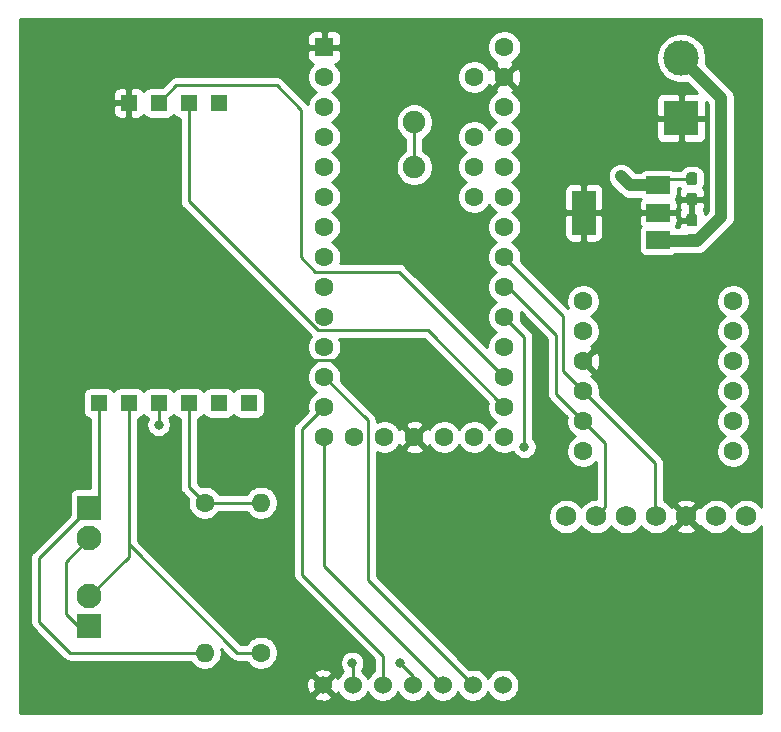
<source format=gbr>
%TF.GenerationSoftware,KiCad,Pcbnew,(5.1.8)-1*%
%TF.CreationDate,2021-03-14T17:59:32-04:00*%
%TF.ProjectId,Artemis Payload Computer,41727465-6d69-4732-9050-61796c6f6164,rev?*%
%TF.SameCoordinates,Original*%
%TF.FileFunction,Copper,L1,Top*%
%TF.FilePolarity,Positive*%
%FSLAX46Y46*%
G04 Gerber Fmt 4.6, Leading zero omitted, Abs format (unit mm)*
G04 Created by KiCad (PCBNEW (5.1.8)-1) date 2021-03-14 17:59:32*
%MOMM*%
%LPD*%
G01*
G04 APERTURE LIST*
%TA.AperFunction,ComponentPad*%
%ADD10O,1.600000X1.600000*%
%TD*%
%TA.AperFunction,ComponentPad*%
%ADD11C,1.600000*%
%TD*%
%TA.AperFunction,ComponentPad*%
%ADD12C,1.524000*%
%TD*%
%TA.AperFunction,ComponentPad*%
%ADD13R,1.408000X1.408000*%
%TD*%
%TA.AperFunction,SMDPad,CuDef*%
%ADD14R,2.000000X1.500000*%
%TD*%
%TA.AperFunction,SMDPad,CuDef*%
%ADD15R,2.000000X3.800000*%
%TD*%
%TA.AperFunction,ComponentPad*%
%ADD16C,1.750000*%
%TD*%
%TA.AperFunction,ComponentPad*%
%ADD17R,1.600000X1.600000*%
%TD*%
%TA.AperFunction,ComponentPad*%
%ADD18C,1.900000*%
%TD*%
%TA.AperFunction,ComponentPad*%
%ADD19C,3.000000*%
%TD*%
%TA.AperFunction,ComponentPad*%
%ADD20R,3.000000X3.000000*%
%TD*%
%TA.AperFunction,ComponentPad*%
%ADD21C,2.100000*%
%TD*%
%TA.AperFunction,ComponentPad*%
%ADD22R,2.100000X2.100000*%
%TD*%
%TA.AperFunction,ViaPad*%
%ADD23C,1.000000*%
%TD*%
%TA.AperFunction,ViaPad*%
%ADD24C,0.800000*%
%TD*%
%TA.AperFunction,Conductor*%
%ADD25C,0.250000*%
%TD*%
%TA.AperFunction,Conductor*%
%ADD26C,1.000000*%
%TD*%
%TA.AperFunction,Conductor*%
%ADD27C,0.254000*%
%TD*%
%TA.AperFunction,Conductor*%
%ADD28C,0.100000*%
%TD*%
G04 APERTURE END LIST*
D10*
%TO.P,R2,2*%
%TO.N,Net-(R1-Pad1)*%
X139500000Y-72050000D03*
D11*
%TO.P,R2,1*%
%TO.N,Net-(J2-Pad2)*%
X139500000Y-84750000D03*
%TD*%
D10*
%TO.P,R1,2*%
%TO.N,Net-(J1-Pad1)*%
X134750000Y-84750000D03*
D11*
%TO.P,R1,1*%
%TO.N,Net-(R1-Pad1)*%
X134750000Y-72050000D03*
%TD*%
D12*
%TO.P,U701,7*%
%TO.N,GND*%
X144760000Y-87500000D03*
%TO.P,U701,6*%
%TO.N,/CD*%
X147300000Y-87500000D03*
%TO.P,U701,5*%
%TO.N,/DO*%
X149840000Y-87500000D03*
%TO.P,U701,4*%
%TO.N,/SCK*%
X152380000Y-87500000D03*
%TO.P,U701,3*%
%TO.N,/DI*%
X154920000Y-87500000D03*
%TO.P,U701,2*%
%TO.N,/CS*%
X157460000Y-87500000D03*
%TO.P,U701,1*%
%TO.N,+5V*%
X160000000Y-87500000D03*
%TD*%
D13*
%TO.P,U1,GND*%
%TO.N,GND*%
X128330000Y-38210000D03*
%TO.P,U1,DT*%
%TO.N,/DT*%
X130870000Y-38210000D03*
%TO.P,U1,SCK*%
%TO.N,/SCK*%
X133410000Y-38210000D03*
%TO.P,U1,VCC*%
%TO.N,+5V*%
X135950000Y-38210000D03*
%TO.P,U1,B+*%
%TO.N,Net-(U1-PadB+)*%
X138490000Y-63610000D03*
%TO.P,U1,B*%
%TO.N,Net-(U1-PadB)*%
X135950000Y-63610000D03*
%TO.P,U1,A+*%
%TO.N,Net-(R1-Pad1)*%
X133410000Y-63610000D03*
%TO.P,U1,A*%
%TO.N,Net-(J1-Pad2)*%
X130870000Y-63610000D03*
%TO.P,U1,E*%
%TO.N,Net-(J2-Pad2)*%
X128330000Y-63610000D03*
%TO.P,U1,E+*%
%TO.N,Net-(J1-Pad1)*%
X125790000Y-63610000D03*
%TD*%
D11*
%TO.P,U401,12*%
%TO.N,Net-(U401-Pad12)*%
X179500000Y-67700000D03*
%TO.P,U401,11*%
%TO.N,Net-(U401-Pad11)*%
X179500000Y-65160000D03*
%TO.P,U401,10*%
%TO.N,Net-(U401-Pad10)*%
X179500000Y-62620000D03*
%TO.P,U401,9*%
%TO.N,Net-(U401-Pad9)*%
X179500000Y-60080000D03*
%TO.P,U401,8*%
%TO.N,Net-(U401-Pad8)*%
X179500000Y-57540000D03*
%TO.P,U401,7*%
%TO.N,Net-(U401-Pad7)*%
X179500000Y-55000000D03*
%TO.P,U401,6*%
%TO.N,Net-(U401-Pad6)*%
X166800000Y-67700000D03*
%TO.P,U401,5*%
%TO.N,/SDA0*%
X166800000Y-65160000D03*
%TO.P,U401,4*%
%TO.N,/SCL0*%
X166800000Y-62620000D03*
%TO.P,U401,3*%
%TO.N,GND*%
X166800000Y-60080000D03*
%TO.P,U401,2*%
%TO.N,Net-(U401-Pad2)*%
X166800000Y-57540000D03*
%TO.P,U401,1*%
%TO.N,+5V*%
X166800000Y-55000000D03*
%TD*%
D14*
%TO.P,U601,1*%
%TO.N,+BATT*%
X173150000Y-49800000D03*
%TO.P,U601,3*%
%TO.N,+5V*%
X173150000Y-45200000D03*
%TO.P,U601,2*%
%TO.N,GND*%
X173150000Y-47500000D03*
D15*
%TO.P,U601,4*%
X166850000Y-47500000D03*
%TD*%
D16*
%TO.P,U501,7*%
%TO.N,Net-(U501-Pad7)*%
X165360000Y-73225000D03*
%TO.P,U501,6*%
%TO.N,/SDA0*%
X167900000Y-73225000D03*
%TO.P,U501,5*%
%TO.N,Net-(U501-Pad5)*%
X170440000Y-73225000D03*
%TO.P,U501,4*%
%TO.N,/SCL0*%
X172980000Y-73225000D03*
%TO.P,U501,3*%
%TO.N,GND*%
X175520000Y-73225000D03*
%TO.P,U501,2*%
%TO.N,Net-(U501-Pad2)*%
X178060000Y-73225000D03*
%TO.P,U501,1*%
%TO.N,+5V*%
X180600000Y-73225000D03*
%TD*%
D11*
%TO.P,U2,17*%
%TO.N,GND*%
X152500000Y-66510000D03*
%TO.P,U2,18*%
%TO.N,Net-(U2-Pad18)*%
X155040000Y-66510000D03*
%TO.P,U2,19*%
%TO.N,Net-(U2-Pad19)*%
X157580000Y-66510000D03*
%TO.P,U2,20*%
%TO.N,Net-(U2-Pad20)*%
X160120000Y-66510000D03*
%TO.P,U2,16*%
%TO.N,Net-(U2-Pad16)*%
X149960000Y-66510000D03*
%TO.P,U2,15*%
%TO.N,Net-(U2-Pad15)*%
X147420000Y-66510000D03*
%TO.P,U2,14*%
%TO.N,/DI*%
X144880000Y-66510000D03*
%TO.P,U2,21*%
%TO.N,/SCK*%
X160120000Y-63970000D03*
%TO.P,U2,22*%
%TO.N,/DT*%
X160120000Y-61430000D03*
%TO.P,U2,23*%
%TO.N,Net-(U2-Pad23)*%
X160120000Y-58890000D03*
%TO.P,U2,24*%
%TO.N,/CD*%
X160120000Y-56350000D03*
%TO.P,U2,25*%
%TO.N,/SDA0*%
X160120000Y-53810000D03*
%TO.P,U2,26*%
%TO.N,/SCL0*%
X160120000Y-51270000D03*
%TO.P,U2,27*%
%TO.N,Net-(U2-Pad27)*%
X160120000Y-48730000D03*
%TO.P,U2,28*%
%TO.N,Net-(U2-Pad28)*%
X160120000Y-46190000D03*
%TO.P,U2,29*%
%TO.N,Net-(U2-Pad29)*%
X160120000Y-43650000D03*
%TO.P,U2,30*%
%TO.N,Net-(U2-Pad30)*%
X160120000Y-41110000D03*
%TO.P,U2,31*%
%TO.N,Net-(U2-Pad31)*%
X160120000Y-38570000D03*
%TO.P,U2,32*%
%TO.N,GND*%
X160120000Y-36030000D03*
%TO.P,U2,33*%
%TO.N,+5V*%
X160120000Y-33490000D03*
%TO.P,U2,34*%
%TO.N,Net-(U2-Pad34)*%
X157580000Y-36030000D03*
%TO.P,U2,35*%
%TO.N,Net-(U2-Pad35)*%
X157580000Y-41110000D03*
%TO.P,U2,36*%
%TO.N,Net-(U2-Pad36)*%
X157580000Y-43650000D03*
%TO.P,U2,37*%
%TO.N,Net-(U2-Pad37)*%
X157580000Y-46190000D03*
%TO.P,U2,13*%
%TO.N,/DO*%
X144880000Y-63970000D03*
%TO.P,U2,12*%
%TO.N,/CS*%
X144880000Y-61430000D03*
%TO.P,U2,11*%
%TO.N,Net-(U2-Pad11)*%
X144880000Y-58890000D03*
%TO.P,U2,10*%
%TO.N,Net-(U2-Pad10)*%
X144880000Y-56350000D03*
%TO.P,U2,9*%
%TO.N,Net-(U2-Pad9)*%
X144880000Y-53810000D03*
%TO.P,U2,8*%
%TO.N,Net-(U2-Pad8)*%
X144880000Y-51270000D03*
%TO.P,U2,7*%
%TO.N,Net-(U2-Pad7)*%
X144880000Y-48730000D03*
%TO.P,U2,6*%
%TO.N,Net-(U2-Pad6)*%
X144880000Y-46190000D03*
%TO.P,U2,5*%
%TO.N,Net-(U2-Pad5)*%
X144880000Y-43650000D03*
%TO.P,U2,4*%
%TO.N,Net-(U2-Pad4)*%
X144880000Y-41110000D03*
%TO.P,U2,3*%
%TO.N,Net-(U2-Pad3)*%
X144880000Y-38570000D03*
%TO.P,U2,2*%
%TO.N,Net-(U2-Pad2)*%
X144880000Y-36030000D03*
D17*
%TO.P,U2,1*%
%TO.N,GND*%
X144880000Y-33490000D03*
D18*
%TO.P,U2,52*%
%TO.N,Net-(U2-Pad52)*%
X152500000Y-43650000D03*
X152500000Y-39840000D03*
%TD*%
D19*
%TO.P,J601,2*%
%TO.N,+BATT*%
X175100000Y-34420000D03*
D20*
%TO.P,J601,1*%
%TO.N,GND*%
X175100000Y-39500000D03*
%TD*%
D21*
%TO.P,J2,2*%
%TO.N,Net-(J2-Pad2)*%
X125000000Y-79960000D03*
D22*
%TO.P,J2,1*%
%TO.N,Net-(J1-Pad2)*%
X125000000Y-82500000D03*
%TD*%
D21*
%TO.P,J1,2*%
%TO.N,Net-(J1-Pad2)*%
X125000000Y-75040000D03*
D22*
%TO.P,J1,1*%
%TO.N,Net-(J1-Pad1)*%
X125000000Y-72500000D03*
%TD*%
%TO.P,C602,2*%
%TO.N,GND*%
%TA.AperFunction,SMDPad,CuDef*%
G36*
G01*
X175762500Y-45825000D02*
X176237500Y-45825000D01*
G75*
G02*
X176475000Y-46062500I0J-237500D01*
G01*
X176475000Y-46662500D01*
G75*
G02*
X176237500Y-46900000I-237500J0D01*
G01*
X175762500Y-46900000D01*
G75*
G02*
X175525000Y-46662500I0J237500D01*
G01*
X175525000Y-46062500D01*
G75*
G02*
X175762500Y-45825000I237500J0D01*
G01*
G37*
%TD.AperFunction*%
%TO.P,C602,1*%
%TO.N,+5V*%
%TA.AperFunction,SMDPad,CuDef*%
G36*
G01*
X175762500Y-44100000D02*
X176237500Y-44100000D01*
G75*
G02*
X176475000Y-44337500I0J-237500D01*
G01*
X176475000Y-44937500D01*
G75*
G02*
X176237500Y-45175000I-237500J0D01*
G01*
X175762500Y-45175000D01*
G75*
G02*
X175525000Y-44937500I0J237500D01*
G01*
X175525000Y-44337500D01*
G75*
G02*
X175762500Y-44100000I237500J0D01*
G01*
G37*
%TD.AperFunction*%
%TD*%
%TO.P,C601,2*%
%TO.N,GND*%
%TA.AperFunction,SMDPad,CuDef*%
G36*
G01*
X176237500Y-48675000D02*
X175762500Y-48675000D01*
G75*
G02*
X175525000Y-48437500I0J237500D01*
G01*
X175525000Y-47837500D01*
G75*
G02*
X175762500Y-47600000I237500J0D01*
G01*
X176237500Y-47600000D01*
G75*
G02*
X176475000Y-47837500I0J-237500D01*
G01*
X176475000Y-48437500D01*
G75*
G02*
X176237500Y-48675000I-237500J0D01*
G01*
G37*
%TD.AperFunction*%
%TO.P,C601,1*%
%TO.N,+BATT*%
%TA.AperFunction,SMDPad,CuDef*%
G36*
G01*
X176237500Y-50400000D02*
X175762500Y-50400000D01*
G75*
G02*
X175525000Y-50162500I0J237500D01*
G01*
X175525000Y-49562500D01*
G75*
G02*
X175762500Y-49325000I237500J0D01*
G01*
X176237500Y-49325000D01*
G75*
G02*
X176475000Y-49562500I0J-237500D01*
G01*
X176475000Y-50162500D01*
G75*
G02*
X176237500Y-50400000I-237500J0D01*
G01*
G37*
%TD.AperFunction*%
%TD*%
D23*
%TO.N,+5V*%
X170000000Y-44420000D03*
D24*
%TO.N,Net-(J1-Pad2)*%
X130860000Y-65470000D03*
%TO.N,/SCK*%
X151300000Y-85630000D03*
%TO.N,/CD*%
X147250000Y-85630000D03*
X161830000Y-67330000D03*
%TD*%
D25*
%TO.N,GND*%
X146005001Y-60015001D02*
X141340001Y-60015001D01*
X152500000Y-66510000D02*
X146005001Y-60015001D01*
X128330000Y-47005000D02*
X128330000Y-38210000D01*
X141340001Y-60015001D02*
X128330000Y-47005000D01*
D26*
%TO.N,+BATT*%
X175100000Y-34420000D02*
X178500000Y-37820000D01*
X176475000Y-49862500D02*
X176000000Y-49862500D01*
X178500000Y-47837500D02*
X176475000Y-49862500D01*
X178500000Y-37820000D02*
X178500000Y-47837500D01*
X173212500Y-49862500D02*
X173150000Y-49800000D01*
X176000000Y-49862500D02*
X173212500Y-49862500D01*
D25*
%TO.N,+5V*%
X173712500Y-44637500D02*
X173150000Y-45200000D01*
X176000000Y-44637500D02*
X173712500Y-44637500D01*
D26*
X170780000Y-45200000D02*
X170000000Y-44420000D01*
X173150000Y-45200000D02*
X170780000Y-45200000D01*
D25*
%TO.N,Net-(R1-Pad1)*%
X133410000Y-70710000D02*
X134750000Y-72050000D01*
X133410000Y-63610000D02*
X133410000Y-70710000D01*
X134750000Y-72050000D02*
X139500000Y-72050000D01*
%TO.N,Net-(J1-Pad2)*%
X123000000Y-77040000D02*
X125000000Y-75040000D01*
X123000000Y-81500000D02*
X123000000Y-77040000D01*
X124000000Y-82500000D02*
X123000000Y-81500000D01*
X125000000Y-82500000D02*
X124000000Y-82500000D01*
X130870000Y-65460000D02*
X130860000Y-65470000D01*
X130870000Y-63610000D02*
X130870000Y-65460000D01*
%TO.N,Net-(J2-Pad2)*%
X128330000Y-76630000D02*
X125000000Y-79960000D01*
X128330000Y-75830000D02*
X128330000Y-76630000D01*
X137500000Y-84750000D02*
X128330000Y-75580000D01*
X139500000Y-84750000D02*
X137500000Y-84750000D01*
X128330000Y-75580000D02*
X128330000Y-75830000D01*
X128330000Y-63610000D02*
X128330000Y-75580000D01*
%TO.N,Net-(J1-Pad1)*%
X125790000Y-71710000D02*
X125000000Y-72500000D01*
X125790000Y-63610000D02*
X125790000Y-71710000D01*
X134750000Y-84750000D02*
X123350000Y-84750000D01*
X123350000Y-84750000D02*
X120725000Y-82125000D01*
X120725000Y-76775000D02*
X125000000Y-72500000D01*
X120725000Y-82125000D02*
X120725000Y-76775000D01*
%TO.N,/DT*%
X151190000Y-52500000D02*
X160120000Y-61430000D01*
X144100000Y-52500000D02*
X151190000Y-52500000D01*
X142900000Y-51300000D02*
X144100000Y-52500000D01*
X142900000Y-38775000D02*
X142900000Y-51300000D01*
X140850000Y-36725000D02*
X142900000Y-38775000D01*
X132355000Y-36725000D02*
X140850000Y-36725000D01*
X130870000Y-38210000D02*
X132355000Y-36725000D01*
%TO.N,/SCK*%
X153625001Y-57475001D02*
X160120000Y-63970000D01*
X144339999Y-57475001D02*
X153625001Y-57475001D01*
X133410000Y-46545002D02*
X144339999Y-57475001D01*
X133410000Y-38210000D02*
X133410000Y-46545002D01*
X152380000Y-86710000D02*
X151300000Y-85630000D01*
X152380000Y-87500000D02*
X152380000Y-86710000D01*
%TO.N,Net-(U2-Pad52)*%
X152500000Y-39840000D02*
X152500000Y-43650000D01*
%TO.N,/CS*%
X148545001Y-65095001D02*
X144880000Y-61430000D01*
X148545001Y-78585001D02*
X148545001Y-65095001D01*
X157460000Y-87500000D02*
X148545001Y-78585001D01*
%TO.N,/DO*%
X149840000Y-87500000D02*
X149840000Y-85000000D01*
X149840000Y-85000000D02*
X142990000Y-78150000D01*
X142990000Y-65860000D02*
X144880000Y-63970000D01*
X142990000Y-78150000D02*
X142990000Y-65860000D01*
%TO.N,/SCL0*%
X172880000Y-68700000D02*
X166800000Y-62620000D01*
X165100000Y-60920000D02*
X165100000Y-56250000D01*
X165100000Y-56250000D02*
X160120000Y-51270000D01*
X166800000Y-62620000D02*
X165100000Y-60920000D01*
X172880000Y-73125000D02*
X172980000Y-73225000D01*
X172880000Y-71955000D02*
X172880000Y-73125000D01*
X172880000Y-72500000D02*
X172880000Y-71955000D01*
X172880000Y-71955000D02*
X172880000Y-68700000D01*
%TO.N,/SDA0*%
X168674999Y-67034999D02*
X166800000Y-65160000D01*
X168674999Y-71625001D02*
X168674999Y-67034999D01*
X166800000Y-65160000D02*
X164500000Y-62860000D01*
X164500000Y-62860000D02*
X164500000Y-57850000D01*
X160460000Y-53810000D02*
X160120000Y-53810000D01*
X164500000Y-57850000D02*
X160460000Y-53810000D01*
X168674999Y-72450001D02*
X167900000Y-73225000D01*
X168674999Y-71625001D02*
X168674999Y-72450001D01*
%TO.N,/CD*%
X147300000Y-85680000D02*
X147250000Y-85630000D01*
X147300000Y-87500000D02*
X147300000Y-85680000D01*
X161830000Y-58060000D02*
X160120000Y-56350000D01*
X161830000Y-67330000D02*
X161830000Y-58060000D01*
%TO.N,/DI*%
X144880000Y-77460000D02*
X144880000Y-66510000D01*
X154920000Y-87500000D02*
X144880000Y-77460000D01*
%TD*%
D27*
%TO.N,GND*%
X181873000Y-72412252D02*
X181772893Y-72262431D01*
X181562569Y-72052107D01*
X181315253Y-71886856D01*
X181040451Y-71773029D01*
X180748722Y-71715000D01*
X180451278Y-71715000D01*
X180159549Y-71773029D01*
X179884747Y-71886856D01*
X179637431Y-72052107D01*
X179427107Y-72262431D01*
X179330000Y-72407762D01*
X179232893Y-72262431D01*
X179022569Y-72052107D01*
X178775253Y-71886856D01*
X178500451Y-71773029D01*
X178208722Y-71715000D01*
X177911278Y-71715000D01*
X177619549Y-71773029D01*
X177344747Y-71886856D01*
X177097431Y-72052107D01*
X176887107Y-72262431D01*
X176777712Y-72426153D01*
X176566240Y-72358365D01*
X175699605Y-73225000D01*
X176566240Y-74091635D01*
X176777712Y-74023847D01*
X176887107Y-74187569D01*
X177097431Y-74397893D01*
X177344747Y-74563144D01*
X177619549Y-74676971D01*
X177911278Y-74735000D01*
X178208722Y-74735000D01*
X178500451Y-74676971D01*
X178775253Y-74563144D01*
X179022569Y-74397893D01*
X179232893Y-74187569D01*
X179330000Y-74042238D01*
X179427107Y-74187569D01*
X179637431Y-74397893D01*
X179884747Y-74563144D01*
X180159549Y-74676971D01*
X180451278Y-74735000D01*
X180748722Y-74735000D01*
X181040451Y-74676971D01*
X181315253Y-74563144D01*
X181562569Y-74397893D01*
X181772893Y-74187569D01*
X181873000Y-74037748D01*
X181873000Y-89873000D01*
X119127000Y-89873000D01*
X119127000Y-88465565D01*
X143974040Y-88465565D01*
X144041020Y-88705656D01*
X144290048Y-88822756D01*
X144557135Y-88889023D01*
X144832017Y-88901910D01*
X145104133Y-88860922D01*
X145363023Y-88767636D01*
X145478980Y-88705656D01*
X145545960Y-88465565D01*
X144760000Y-87679605D01*
X143974040Y-88465565D01*
X119127000Y-88465565D01*
X119127000Y-87572017D01*
X143358090Y-87572017D01*
X143399078Y-87844133D01*
X143492364Y-88103023D01*
X143554344Y-88218980D01*
X143794435Y-88285960D01*
X144580395Y-87500000D01*
X143794435Y-86714040D01*
X143554344Y-86781020D01*
X143437244Y-87030048D01*
X143370977Y-87297135D01*
X143358090Y-87572017D01*
X119127000Y-87572017D01*
X119127000Y-86534435D01*
X143974040Y-86534435D01*
X144760000Y-87320395D01*
X145545960Y-86534435D01*
X145478980Y-86294344D01*
X145229952Y-86177244D01*
X144962865Y-86110977D01*
X144687983Y-86098090D01*
X144415867Y-86139078D01*
X144156977Y-86232364D01*
X144041020Y-86294344D01*
X143974040Y-86534435D01*
X119127000Y-86534435D01*
X119127000Y-76775000D01*
X119961324Y-76775000D01*
X119965001Y-76812332D01*
X119965000Y-82087677D01*
X119961324Y-82125000D01*
X119965000Y-82162322D01*
X119965000Y-82162332D01*
X119975997Y-82273985D01*
X120019454Y-82417246D01*
X120090026Y-82549276D01*
X120129871Y-82597826D01*
X120184999Y-82665001D01*
X120214003Y-82688804D01*
X122786201Y-85261003D01*
X122809999Y-85290001D01*
X122838997Y-85313799D01*
X122925724Y-85384974D01*
X123057753Y-85455546D01*
X123201014Y-85499003D01*
X123350000Y-85513677D01*
X123387333Y-85510000D01*
X133531957Y-85510000D01*
X133635363Y-85664759D01*
X133835241Y-85864637D01*
X134070273Y-86021680D01*
X134331426Y-86129853D01*
X134608665Y-86185000D01*
X134891335Y-86185000D01*
X135168574Y-86129853D01*
X135429727Y-86021680D01*
X135664759Y-85864637D01*
X135864637Y-85664759D01*
X136021680Y-85429727D01*
X136129853Y-85168574D01*
X136185000Y-84891335D01*
X136185000Y-84608665D01*
X136160452Y-84485254D01*
X136936201Y-85261003D01*
X136959999Y-85290001D01*
X137075724Y-85384974D01*
X137207753Y-85455546D01*
X137351014Y-85499003D01*
X137462667Y-85510000D01*
X137462676Y-85510000D01*
X137499999Y-85513676D01*
X137537322Y-85510000D01*
X138281957Y-85510000D01*
X138385363Y-85664759D01*
X138585241Y-85864637D01*
X138820273Y-86021680D01*
X139081426Y-86129853D01*
X139358665Y-86185000D01*
X139641335Y-86185000D01*
X139918574Y-86129853D01*
X140179727Y-86021680D01*
X140414759Y-85864637D01*
X140614637Y-85664759D01*
X140771680Y-85429727D01*
X140879853Y-85168574D01*
X140935000Y-84891335D01*
X140935000Y-84608665D01*
X140879853Y-84331426D01*
X140771680Y-84070273D01*
X140614637Y-83835241D01*
X140414759Y-83635363D01*
X140179727Y-83478320D01*
X139918574Y-83370147D01*
X139641335Y-83315000D01*
X139358665Y-83315000D01*
X139081426Y-83370147D01*
X138820273Y-83478320D01*
X138585241Y-83635363D01*
X138385363Y-83835241D01*
X138281957Y-83990000D01*
X137814802Y-83990000D01*
X129090000Y-75265199D01*
X129090000Y-64946557D01*
X129158482Y-64939812D01*
X129278180Y-64903502D01*
X129388494Y-64844537D01*
X129485185Y-64765185D01*
X129564537Y-64668494D01*
X129600000Y-64602148D01*
X129635463Y-64668494D01*
X129714815Y-64765185D01*
X129811506Y-64844537D01*
X129921820Y-64903502D01*
X129981618Y-64921641D01*
X129942795Y-64979744D01*
X129864774Y-65168102D01*
X129825000Y-65368061D01*
X129825000Y-65571939D01*
X129864774Y-65771898D01*
X129942795Y-65960256D01*
X130056063Y-66129774D01*
X130200226Y-66273937D01*
X130369744Y-66387205D01*
X130558102Y-66465226D01*
X130758061Y-66505000D01*
X130961939Y-66505000D01*
X131161898Y-66465226D01*
X131350256Y-66387205D01*
X131519774Y-66273937D01*
X131663937Y-66129774D01*
X131777205Y-65960256D01*
X131855226Y-65771898D01*
X131895000Y-65571939D01*
X131895000Y-65368061D01*
X131855226Y-65168102D01*
X131777205Y-64979744D01*
X131741753Y-64926686D01*
X131818180Y-64903502D01*
X131928494Y-64844537D01*
X132025185Y-64765185D01*
X132104537Y-64668494D01*
X132140000Y-64602148D01*
X132175463Y-64668494D01*
X132254815Y-64765185D01*
X132351506Y-64844537D01*
X132461820Y-64903502D01*
X132581518Y-64939812D01*
X132650000Y-64946557D01*
X132650001Y-70672668D01*
X132646324Y-70710000D01*
X132650001Y-70747333D01*
X132660998Y-70858986D01*
X132674180Y-70902442D01*
X132704454Y-71002246D01*
X132775026Y-71134276D01*
X132833887Y-71205997D01*
X132870000Y-71250001D01*
X132898998Y-71273799D01*
X133351312Y-71726114D01*
X133315000Y-71908665D01*
X133315000Y-72191335D01*
X133370147Y-72468574D01*
X133478320Y-72729727D01*
X133635363Y-72964759D01*
X133835241Y-73164637D01*
X134070273Y-73321680D01*
X134331426Y-73429853D01*
X134608665Y-73485000D01*
X134891335Y-73485000D01*
X135168574Y-73429853D01*
X135429727Y-73321680D01*
X135664759Y-73164637D01*
X135864637Y-72964759D01*
X135968043Y-72810000D01*
X138281957Y-72810000D01*
X138385363Y-72964759D01*
X138585241Y-73164637D01*
X138820273Y-73321680D01*
X139081426Y-73429853D01*
X139358665Y-73485000D01*
X139641335Y-73485000D01*
X139918574Y-73429853D01*
X140179727Y-73321680D01*
X140414759Y-73164637D01*
X140614637Y-72964759D01*
X140771680Y-72729727D01*
X140879853Y-72468574D01*
X140935000Y-72191335D01*
X140935000Y-71908665D01*
X140879853Y-71631426D01*
X140771680Y-71370273D01*
X140614637Y-71135241D01*
X140414759Y-70935363D01*
X140179727Y-70778320D01*
X139918574Y-70670147D01*
X139641335Y-70615000D01*
X139358665Y-70615000D01*
X139081426Y-70670147D01*
X138820273Y-70778320D01*
X138585241Y-70935363D01*
X138385363Y-71135241D01*
X138281957Y-71290000D01*
X135968043Y-71290000D01*
X135864637Y-71135241D01*
X135664759Y-70935363D01*
X135429727Y-70778320D01*
X135168574Y-70670147D01*
X134891335Y-70615000D01*
X134608665Y-70615000D01*
X134426114Y-70651312D01*
X134170000Y-70395199D01*
X134170000Y-64946557D01*
X134238482Y-64939812D01*
X134358180Y-64903502D01*
X134468494Y-64844537D01*
X134565185Y-64765185D01*
X134644537Y-64668494D01*
X134680000Y-64602148D01*
X134715463Y-64668494D01*
X134794815Y-64765185D01*
X134891506Y-64844537D01*
X135001820Y-64903502D01*
X135121518Y-64939812D01*
X135246000Y-64952072D01*
X136654000Y-64952072D01*
X136778482Y-64939812D01*
X136898180Y-64903502D01*
X137008494Y-64844537D01*
X137105185Y-64765185D01*
X137184537Y-64668494D01*
X137220000Y-64602148D01*
X137255463Y-64668494D01*
X137334815Y-64765185D01*
X137431506Y-64844537D01*
X137541820Y-64903502D01*
X137661518Y-64939812D01*
X137786000Y-64952072D01*
X139194000Y-64952072D01*
X139318482Y-64939812D01*
X139438180Y-64903502D01*
X139548494Y-64844537D01*
X139645185Y-64765185D01*
X139724537Y-64668494D01*
X139783502Y-64558180D01*
X139819812Y-64438482D01*
X139832072Y-64314000D01*
X139832072Y-62906000D01*
X139819812Y-62781518D01*
X139783502Y-62661820D01*
X139724537Y-62551506D01*
X139645185Y-62454815D01*
X139548494Y-62375463D01*
X139438180Y-62316498D01*
X139318482Y-62280188D01*
X139194000Y-62267928D01*
X137786000Y-62267928D01*
X137661518Y-62280188D01*
X137541820Y-62316498D01*
X137431506Y-62375463D01*
X137334815Y-62454815D01*
X137255463Y-62551506D01*
X137220000Y-62617852D01*
X137184537Y-62551506D01*
X137105185Y-62454815D01*
X137008494Y-62375463D01*
X136898180Y-62316498D01*
X136778482Y-62280188D01*
X136654000Y-62267928D01*
X135246000Y-62267928D01*
X135121518Y-62280188D01*
X135001820Y-62316498D01*
X134891506Y-62375463D01*
X134794815Y-62454815D01*
X134715463Y-62551506D01*
X134680000Y-62617852D01*
X134644537Y-62551506D01*
X134565185Y-62454815D01*
X134468494Y-62375463D01*
X134358180Y-62316498D01*
X134238482Y-62280188D01*
X134114000Y-62267928D01*
X132706000Y-62267928D01*
X132581518Y-62280188D01*
X132461820Y-62316498D01*
X132351506Y-62375463D01*
X132254815Y-62454815D01*
X132175463Y-62551506D01*
X132140000Y-62617852D01*
X132104537Y-62551506D01*
X132025185Y-62454815D01*
X131928494Y-62375463D01*
X131818180Y-62316498D01*
X131698482Y-62280188D01*
X131574000Y-62267928D01*
X130166000Y-62267928D01*
X130041518Y-62280188D01*
X129921820Y-62316498D01*
X129811506Y-62375463D01*
X129714815Y-62454815D01*
X129635463Y-62551506D01*
X129600000Y-62617852D01*
X129564537Y-62551506D01*
X129485185Y-62454815D01*
X129388494Y-62375463D01*
X129278180Y-62316498D01*
X129158482Y-62280188D01*
X129034000Y-62267928D01*
X127626000Y-62267928D01*
X127501518Y-62280188D01*
X127381820Y-62316498D01*
X127271506Y-62375463D01*
X127174815Y-62454815D01*
X127095463Y-62551506D01*
X127060000Y-62617852D01*
X127024537Y-62551506D01*
X126945185Y-62454815D01*
X126848494Y-62375463D01*
X126738180Y-62316498D01*
X126618482Y-62280188D01*
X126494000Y-62267928D01*
X125086000Y-62267928D01*
X124961518Y-62280188D01*
X124841820Y-62316498D01*
X124731506Y-62375463D01*
X124634815Y-62454815D01*
X124555463Y-62551506D01*
X124496498Y-62661820D01*
X124460188Y-62781518D01*
X124447928Y-62906000D01*
X124447928Y-64314000D01*
X124460188Y-64438482D01*
X124496498Y-64558180D01*
X124555463Y-64668494D01*
X124634815Y-64765185D01*
X124731506Y-64844537D01*
X124841820Y-64903502D01*
X124961518Y-64939812D01*
X125030000Y-64946557D01*
X125030001Y-70811928D01*
X123950000Y-70811928D01*
X123825518Y-70824188D01*
X123705820Y-70860498D01*
X123595506Y-70919463D01*
X123498815Y-70998815D01*
X123419463Y-71095506D01*
X123360498Y-71205820D01*
X123324188Y-71325518D01*
X123311928Y-71450000D01*
X123311928Y-73113270D01*
X120213998Y-76211201D01*
X120185000Y-76234999D01*
X120161202Y-76263997D01*
X120161201Y-76263998D01*
X120090026Y-76350724D01*
X120019454Y-76482754D01*
X119990258Y-76579003D01*
X119979120Y-76615724D01*
X119975998Y-76626015D01*
X119961324Y-76775000D01*
X119127000Y-76775000D01*
X119127000Y-38914000D01*
X126987928Y-38914000D01*
X127000188Y-39038482D01*
X127036498Y-39158180D01*
X127095463Y-39268494D01*
X127174815Y-39365185D01*
X127271506Y-39444537D01*
X127381820Y-39503502D01*
X127501518Y-39539812D01*
X127626000Y-39552072D01*
X128044250Y-39549000D01*
X128203000Y-39390250D01*
X128203000Y-38337000D01*
X127149750Y-38337000D01*
X126991000Y-38495750D01*
X126987928Y-38914000D01*
X119127000Y-38914000D01*
X119127000Y-37506000D01*
X126987928Y-37506000D01*
X126991000Y-37924250D01*
X127149750Y-38083000D01*
X128203000Y-38083000D01*
X128203000Y-37029750D01*
X128457000Y-37029750D01*
X128457000Y-38083000D01*
X128477000Y-38083000D01*
X128477000Y-38337000D01*
X128457000Y-38337000D01*
X128457000Y-39390250D01*
X128615750Y-39549000D01*
X129034000Y-39552072D01*
X129158482Y-39539812D01*
X129278180Y-39503502D01*
X129388494Y-39444537D01*
X129485185Y-39365185D01*
X129564537Y-39268494D01*
X129600000Y-39202148D01*
X129635463Y-39268494D01*
X129714815Y-39365185D01*
X129811506Y-39444537D01*
X129921820Y-39503502D01*
X130041518Y-39539812D01*
X130166000Y-39552072D01*
X131574000Y-39552072D01*
X131698482Y-39539812D01*
X131818180Y-39503502D01*
X131928494Y-39444537D01*
X132025185Y-39365185D01*
X132104537Y-39268494D01*
X132140000Y-39202148D01*
X132175463Y-39268494D01*
X132254815Y-39365185D01*
X132351506Y-39444537D01*
X132461820Y-39503502D01*
X132581518Y-39539812D01*
X132650000Y-39546557D01*
X132650001Y-46507670D01*
X132646324Y-46545002D01*
X132660998Y-46693987D01*
X132704454Y-46837248D01*
X132775026Y-46969278D01*
X132846201Y-47056004D01*
X132870000Y-47085003D01*
X132898998Y-47108801D01*
X143765400Y-57975204D01*
X143765363Y-57975241D01*
X143608320Y-58210273D01*
X143500147Y-58471426D01*
X143445000Y-58748665D01*
X143445000Y-59031335D01*
X143500147Y-59308574D01*
X143608320Y-59569727D01*
X143765363Y-59804759D01*
X143965241Y-60004637D01*
X144197759Y-60160000D01*
X143965241Y-60315363D01*
X143765363Y-60515241D01*
X143608320Y-60750273D01*
X143500147Y-61011426D01*
X143445000Y-61288665D01*
X143445000Y-61571335D01*
X143500147Y-61848574D01*
X143608320Y-62109727D01*
X143765363Y-62344759D01*
X143965241Y-62544637D01*
X144197759Y-62700000D01*
X143965241Y-62855363D01*
X143765363Y-63055241D01*
X143608320Y-63290273D01*
X143500147Y-63551426D01*
X143445000Y-63828665D01*
X143445000Y-64111335D01*
X143481312Y-64293886D01*
X142478998Y-65296201D01*
X142450000Y-65319999D01*
X142426202Y-65348997D01*
X142426201Y-65348998D01*
X142355026Y-65435724D01*
X142284454Y-65567754D01*
X142256837Y-65658800D01*
X142240998Y-65711014D01*
X142235001Y-65771898D01*
X142226324Y-65860000D01*
X142230001Y-65897332D01*
X142230000Y-78112678D01*
X142226324Y-78150000D01*
X142230000Y-78187322D01*
X142230000Y-78187332D01*
X142240997Y-78298985D01*
X142282564Y-78436016D01*
X142284454Y-78442246D01*
X142355026Y-78574276D01*
X142394466Y-78622333D01*
X142449999Y-78690001D01*
X142479003Y-78713804D01*
X149080001Y-85314803D01*
X149080000Y-86327659D01*
X148949465Y-86414880D01*
X148754880Y-86609465D01*
X148601995Y-86838273D01*
X148570000Y-86915515D01*
X148538005Y-86838273D01*
X148385120Y-86609465D01*
X148190535Y-86414880D01*
X148060000Y-86327659D01*
X148060000Y-86280700D01*
X148167205Y-86120256D01*
X148245226Y-85931898D01*
X148285000Y-85731939D01*
X148285000Y-85528061D01*
X148245226Y-85328102D01*
X148167205Y-85139744D01*
X148053937Y-84970226D01*
X147909774Y-84826063D01*
X147740256Y-84712795D01*
X147551898Y-84634774D01*
X147351939Y-84595000D01*
X147148061Y-84595000D01*
X146948102Y-84634774D01*
X146759744Y-84712795D01*
X146590226Y-84826063D01*
X146446063Y-84970226D01*
X146332795Y-85139744D01*
X146254774Y-85328102D01*
X146215000Y-85528061D01*
X146215000Y-85731939D01*
X146254774Y-85931898D01*
X146332795Y-86120256D01*
X146446063Y-86289774D01*
X146506399Y-86350110D01*
X146409465Y-86414880D01*
X146214880Y-86609465D01*
X146061995Y-86838273D01*
X146032308Y-86909943D01*
X146027636Y-86896977D01*
X145965656Y-86781020D01*
X145725565Y-86714040D01*
X144939605Y-87500000D01*
X145725565Y-88285960D01*
X145965656Y-88218980D01*
X146029485Y-88083240D01*
X146061995Y-88161727D01*
X146214880Y-88390535D01*
X146409465Y-88585120D01*
X146638273Y-88738005D01*
X146892510Y-88843314D01*
X147162408Y-88897000D01*
X147437592Y-88897000D01*
X147707490Y-88843314D01*
X147961727Y-88738005D01*
X148190535Y-88585120D01*
X148385120Y-88390535D01*
X148538005Y-88161727D01*
X148570000Y-88084485D01*
X148601995Y-88161727D01*
X148754880Y-88390535D01*
X148949465Y-88585120D01*
X149178273Y-88738005D01*
X149432510Y-88843314D01*
X149702408Y-88897000D01*
X149977592Y-88897000D01*
X150247490Y-88843314D01*
X150501727Y-88738005D01*
X150730535Y-88585120D01*
X150925120Y-88390535D01*
X151078005Y-88161727D01*
X151110000Y-88084485D01*
X151141995Y-88161727D01*
X151294880Y-88390535D01*
X151489465Y-88585120D01*
X151718273Y-88738005D01*
X151972510Y-88843314D01*
X152242408Y-88897000D01*
X152517592Y-88897000D01*
X152787490Y-88843314D01*
X153041727Y-88738005D01*
X153270535Y-88585120D01*
X153465120Y-88390535D01*
X153618005Y-88161727D01*
X153650000Y-88084485D01*
X153681995Y-88161727D01*
X153834880Y-88390535D01*
X154029465Y-88585120D01*
X154258273Y-88738005D01*
X154512510Y-88843314D01*
X154782408Y-88897000D01*
X155057592Y-88897000D01*
X155327490Y-88843314D01*
X155581727Y-88738005D01*
X155810535Y-88585120D01*
X156005120Y-88390535D01*
X156158005Y-88161727D01*
X156190000Y-88084485D01*
X156221995Y-88161727D01*
X156374880Y-88390535D01*
X156569465Y-88585120D01*
X156798273Y-88738005D01*
X157052510Y-88843314D01*
X157322408Y-88897000D01*
X157597592Y-88897000D01*
X157867490Y-88843314D01*
X158121727Y-88738005D01*
X158350535Y-88585120D01*
X158545120Y-88390535D01*
X158698005Y-88161727D01*
X158730000Y-88084485D01*
X158761995Y-88161727D01*
X158914880Y-88390535D01*
X159109465Y-88585120D01*
X159338273Y-88738005D01*
X159592510Y-88843314D01*
X159862408Y-88897000D01*
X160137592Y-88897000D01*
X160407490Y-88843314D01*
X160661727Y-88738005D01*
X160890535Y-88585120D01*
X161085120Y-88390535D01*
X161238005Y-88161727D01*
X161343314Y-87907490D01*
X161397000Y-87637592D01*
X161397000Y-87362408D01*
X161343314Y-87092510D01*
X161238005Y-86838273D01*
X161085120Y-86609465D01*
X160890535Y-86414880D01*
X160661727Y-86261995D01*
X160407490Y-86156686D01*
X160137592Y-86103000D01*
X159862408Y-86103000D01*
X159592510Y-86156686D01*
X159338273Y-86261995D01*
X159109465Y-86414880D01*
X158914880Y-86609465D01*
X158761995Y-86838273D01*
X158730000Y-86915515D01*
X158698005Y-86838273D01*
X158545120Y-86609465D01*
X158350535Y-86414880D01*
X158121727Y-86261995D01*
X157867490Y-86156686D01*
X157597592Y-86103000D01*
X157322408Y-86103000D01*
X157168431Y-86133628D01*
X149305001Y-78270200D01*
X149305001Y-67791923D01*
X149541426Y-67889853D01*
X149818665Y-67945000D01*
X150101335Y-67945000D01*
X150378574Y-67889853D01*
X150639727Y-67781680D01*
X150874759Y-67624637D01*
X150996694Y-67502702D01*
X151686903Y-67502702D01*
X151758486Y-67746671D01*
X152013996Y-67867571D01*
X152288184Y-67936300D01*
X152570512Y-67950217D01*
X152850130Y-67908787D01*
X153116292Y-67813603D01*
X153241514Y-67746671D01*
X153313097Y-67502702D01*
X152500000Y-66689605D01*
X151686903Y-67502702D01*
X150996694Y-67502702D01*
X151074637Y-67424759D01*
X151230915Y-67190872D01*
X151263329Y-67251514D01*
X151507298Y-67323097D01*
X152320395Y-66510000D01*
X151507298Y-65696903D01*
X151263329Y-65768486D01*
X151232806Y-65832992D01*
X151231680Y-65830273D01*
X151074637Y-65595241D01*
X150996694Y-65517298D01*
X151686903Y-65517298D01*
X152500000Y-66330395D01*
X153313097Y-65517298D01*
X153241514Y-65273329D01*
X152986004Y-65152429D01*
X152711816Y-65083700D01*
X152429488Y-65069783D01*
X152149870Y-65111213D01*
X151883708Y-65206397D01*
X151758486Y-65273329D01*
X151686903Y-65517298D01*
X150996694Y-65517298D01*
X150874759Y-65395363D01*
X150639727Y-65238320D01*
X150378574Y-65130147D01*
X150101335Y-65075000D01*
X149818665Y-65075000D01*
X149541426Y-65130147D01*
X149305001Y-65228077D01*
X149305001Y-65132323D01*
X149308677Y-65095000D01*
X149305001Y-65057677D01*
X149305001Y-65057668D01*
X149294004Y-64946015D01*
X149250547Y-64802754D01*
X149201502Y-64710998D01*
X149179975Y-64670724D01*
X149108800Y-64583998D01*
X149085002Y-64555000D01*
X149056004Y-64531202D01*
X146278688Y-61753887D01*
X146315000Y-61571335D01*
X146315000Y-61288665D01*
X146259853Y-61011426D01*
X146151680Y-60750273D01*
X145994637Y-60515241D01*
X145794759Y-60315363D01*
X145562241Y-60160000D01*
X145794759Y-60004637D01*
X145994637Y-59804759D01*
X146151680Y-59569727D01*
X146259853Y-59308574D01*
X146315000Y-59031335D01*
X146315000Y-58748665D01*
X146259853Y-58471426D01*
X146161923Y-58235001D01*
X153310200Y-58235001D01*
X158721312Y-63646114D01*
X158685000Y-63828665D01*
X158685000Y-64111335D01*
X158740147Y-64388574D01*
X158848320Y-64649727D01*
X159005363Y-64884759D01*
X159205241Y-65084637D01*
X159437759Y-65240000D01*
X159205241Y-65395363D01*
X159005363Y-65595241D01*
X158850000Y-65827759D01*
X158694637Y-65595241D01*
X158494759Y-65395363D01*
X158259727Y-65238320D01*
X157998574Y-65130147D01*
X157721335Y-65075000D01*
X157438665Y-65075000D01*
X157161426Y-65130147D01*
X156900273Y-65238320D01*
X156665241Y-65395363D01*
X156465363Y-65595241D01*
X156310000Y-65827759D01*
X156154637Y-65595241D01*
X155954759Y-65395363D01*
X155719727Y-65238320D01*
X155458574Y-65130147D01*
X155181335Y-65075000D01*
X154898665Y-65075000D01*
X154621426Y-65130147D01*
X154360273Y-65238320D01*
X154125241Y-65395363D01*
X153925363Y-65595241D01*
X153769085Y-65829128D01*
X153736671Y-65768486D01*
X153492702Y-65696903D01*
X152679605Y-66510000D01*
X153492702Y-67323097D01*
X153736671Y-67251514D01*
X153767194Y-67187008D01*
X153768320Y-67189727D01*
X153925363Y-67424759D01*
X154125241Y-67624637D01*
X154360273Y-67781680D01*
X154621426Y-67889853D01*
X154898665Y-67945000D01*
X155181335Y-67945000D01*
X155458574Y-67889853D01*
X155719727Y-67781680D01*
X155954759Y-67624637D01*
X156154637Y-67424759D01*
X156310000Y-67192241D01*
X156465363Y-67424759D01*
X156665241Y-67624637D01*
X156900273Y-67781680D01*
X157161426Y-67889853D01*
X157438665Y-67945000D01*
X157721335Y-67945000D01*
X157998574Y-67889853D01*
X158259727Y-67781680D01*
X158494759Y-67624637D01*
X158694637Y-67424759D01*
X158850000Y-67192241D01*
X159005363Y-67424759D01*
X159205241Y-67624637D01*
X159440273Y-67781680D01*
X159701426Y-67889853D01*
X159978665Y-67945000D01*
X160261335Y-67945000D01*
X160538574Y-67889853D01*
X160799727Y-67781680D01*
X160875770Y-67730870D01*
X160912795Y-67820256D01*
X161026063Y-67989774D01*
X161170226Y-68133937D01*
X161339744Y-68247205D01*
X161528102Y-68325226D01*
X161728061Y-68365000D01*
X161931939Y-68365000D01*
X162131898Y-68325226D01*
X162320256Y-68247205D01*
X162489774Y-68133937D01*
X162633937Y-67989774D01*
X162747205Y-67820256D01*
X162825226Y-67631898D01*
X162865000Y-67431939D01*
X162865000Y-67228061D01*
X162825226Y-67028102D01*
X162747205Y-66839744D01*
X162633937Y-66670226D01*
X162590000Y-66626289D01*
X162590000Y-58097322D01*
X162593676Y-58059999D01*
X162590000Y-58022676D01*
X162590000Y-58022667D01*
X162579003Y-57911014D01*
X162535546Y-57767753D01*
X162464974Y-57635724D01*
X162370001Y-57519999D01*
X162341003Y-57496201D01*
X161518688Y-56673886D01*
X161555000Y-56491335D01*
X161555000Y-56208665D01*
X161499853Y-55931426D01*
X161495065Y-55919866D01*
X163740001Y-58164803D01*
X163740000Y-62822677D01*
X163736324Y-62860000D01*
X163740000Y-62897322D01*
X163740000Y-62897332D01*
X163750997Y-63008985D01*
X163788010Y-63131002D01*
X163794454Y-63152246D01*
X163865026Y-63284276D01*
X163892500Y-63317753D01*
X163959999Y-63400001D01*
X163989003Y-63423804D01*
X165401312Y-64836114D01*
X165365000Y-65018665D01*
X165365000Y-65301335D01*
X165420147Y-65578574D01*
X165528320Y-65839727D01*
X165685363Y-66074759D01*
X165885241Y-66274637D01*
X166117759Y-66430000D01*
X165885241Y-66585363D01*
X165685363Y-66785241D01*
X165528320Y-67020273D01*
X165420147Y-67281426D01*
X165365000Y-67558665D01*
X165365000Y-67841335D01*
X165420147Y-68118574D01*
X165528320Y-68379727D01*
X165685363Y-68614759D01*
X165885241Y-68814637D01*
X166120273Y-68971680D01*
X166381426Y-69079853D01*
X166658665Y-69135000D01*
X166941335Y-69135000D01*
X167218574Y-69079853D01*
X167479727Y-68971680D01*
X167714759Y-68814637D01*
X167914637Y-68614759D01*
X167915000Y-68614216D01*
X167914999Y-71587668D01*
X167914999Y-71715000D01*
X167751278Y-71715000D01*
X167459549Y-71773029D01*
X167184747Y-71886856D01*
X166937431Y-72052107D01*
X166727107Y-72262431D01*
X166630000Y-72407762D01*
X166532893Y-72262431D01*
X166322569Y-72052107D01*
X166075253Y-71886856D01*
X165800451Y-71773029D01*
X165508722Y-71715000D01*
X165211278Y-71715000D01*
X164919549Y-71773029D01*
X164644747Y-71886856D01*
X164397431Y-72052107D01*
X164187107Y-72262431D01*
X164021856Y-72509747D01*
X163908029Y-72784549D01*
X163850000Y-73076278D01*
X163850000Y-73373722D01*
X163908029Y-73665451D01*
X164021856Y-73940253D01*
X164187107Y-74187569D01*
X164397431Y-74397893D01*
X164644747Y-74563144D01*
X164919549Y-74676971D01*
X165211278Y-74735000D01*
X165508722Y-74735000D01*
X165800451Y-74676971D01*
X166075253Y-74563144D01*
X166322569Y-74397893D01*
X166532893Y-74187569D01*
X166630000Y-74042238D01*
X166727107Y-74187569D01*
X166937431Y-74397893D01*
X167184747Y-74563144D01*
X167459549Y-74676971D01*
X167751278Y-74735000D01*
X168048722Y-74735000D01*
X168340451Y-74676971D01*
X168615253Y-74563144D01*
X168862569Y-74397893D01*
X169072893Y-74187569D01*
X169170000Y-74042238D01*
X169267107Y-74187569D01*
X169477431Y-74397893D01*
X169724747Y-74563144D01*
X169999549Y-74676971D01*
X170291278Y-74735000D01*
X170588722Y-74735000D01*
X170880451Y-74676971D01*
X171155253Y-74563144D01*
X171402569Y-74397893D01*
X171612893Y-74187569D01*
X171710000Y-74042238D01*
X171807107Y-74187569D01*
X172017431Y-74397893D01*
X172264747Y-74563144D01*
X172539549Y-74676971D01*
X172831278Y-74735000D01*
X173128722Y-74735000D01*
X173420451Y-74676971D01*
X173695253Y-74563144D01*
X173942569Y-74397893D01*
X174069222Y-74271240D01*
X174653365Y-74271240D01*
X174734025Y-74522868D01*
X175002329Y-74651267D01*
X175290526Y-74724855D01*
X175587543Y-74740804D01*
X175881963Y-74698501D01*
X176162474Y-74599572D01*
X176305975Y-74522868D01*
X176386635Y-74271240D01*
X175520000Y-73404605D01*
X174653365Y-74271240D01*
X174069222Y-74271240D01*
X174152893Y-74187569D01*
X174262288Y-74023847D01*
X174473760Y-74091635D01*
X175340395Y-73225000D01*
X174473760Y-72358365D01*
X174262288Y-72426153D01*
X174152893Y-72262431D01*
X174069222Y-72178760D01*
X174653365Y-72178760D01*
X175520000Y-73045395D01*
X176386635Y-72178760D01*
X176305975Y-71927132D01*
X176037671Y-71798733D01*
X175749474Y-71725145D01*
X175452457Y-71709196D01*
X175158037Y-71751499D01*
X174877526Y-71850428D01*
X174734025Y-71927132D01*
X174653365Y-72178760D01*
X174069222Y-72178760D01*
X173942569Y-72052107D01*
X173695253Y-71886856D01*
X173640000Y-71863969D01*
X173640000Y-68737322D01*
X173643676Y-68699999D01*
X173640000Y-68662676D01*
X173640000Y-68662667D01*
X173629003Y-68551014D01*
X173585546Y-68407753D01*
X173514974Y-68275724D01*
X173491569Y-68247205D01*
X173443799Y-68188996D01*
X173443795Y-68188992D01*
X173420001Y-68159999D01*
X173391008Y-68136205D01*
X168198688Y-62943886D01*
X168235000Y-62761335D01*
X168235000Y-62478665D01*
X168179853Y-62201426D01*
X168071680Y-61940273D01*
X167914637Y-61705241D01*
X167714759Y-61505363D01*
X167480872Y-61349085D01*
X167541514Y-61316671D01*
X167613097Y-61072702D01*
X166800000Y-60259605D01*
X166785858Y-60273748D01*
X166606253Y-60094143D01*
X166620395Y-60080000D01*
X166979605Y-60080000D01*
X167792702Y-60893097D01*
X168036671Y-60821514D01*
X168157571Y-60566004D01*
X168226300Y-60291816D01*
X168240217Y-60009488D01*
X168198787Y-59729870D01*
X168103603Y-59463708D01*
X168036671Y-59338486D01*
X167792702Y-59266903D01*
X166979605Y-60080000D01*
X166620395Y-60080000D01*
X166606253Y-60065858D01*
X166785858Y-59886253D01*
X166800000Y-59900395D01*
X167613097Y-59087298D01*
X167541514Y-58843329D01*
X167477008Y-58812806D01*
X167479727Y-58811680D01*
X167714759Y-58654637D01*
X167914637Y-58454759D01*
X168071680Y-58219727D01*
X168179853Y-57958574D01*
X168235000Y-57681335D01*
X168235000Y-57398665D01*
X168179853Y-57121426D01*
X168071680Y-56860273D01*
X167914637Y-56625241D01*
X167714759Y-56425363D01*
X167482241Y-56270000D01*
X167714759Y-56114637D01*
X167914637Y-55914759D01*
X168071680Y-55679727D01*
X168179853Y-55418574D01*
X168235000Y-55141335D01*
X168235000Y-54858665D01*
X178065000Y-54858665D01*
X178065000Y-55141335D01*
X178120147Y-55418574D01*
X178228320Y-55679727D01*
X178385363Y-55914759D01*
X178585241Y-56114637D01*
X178817759Y-56270000D01*
X178585241Y-56425363D01*
X178385363Y-56625241D01*
X178228320Y-56860273D01*
X178120147Y-57121426D01*
X178065000Y-57398665D01*
X178065000Y-57681335D01*
X178120147Y-57958574D01*
X178228320Y-58219727D01*
X178385363Y-58454759D01*
X178585241Y-58654637D01*
X178817759Y-58810000D01*
X178585241Y-58965363D01*
X178385363Y-59165241D01*
X178228320Y-59400273D01*
X178120147Y-59661426D01*
X178065000Y-59938665D01*
X178065000Y-60221335D01*
X178120147Y-60498574D01*
X178228320Y-60759727D01*
X178385363Y-60994759D01*
X178585241Y-61194637D01*
X178817759Y-61350000D01*
X178585241Y-61505363D01*
X178385363Y-61705241D01*
X178228320Y-61940273D01*
X178120147Y-62201426D01*
X178065000Y-62478665D01*
X178065000Y-62761335D01*
X178120147Y-63038574D01*
X178228320Y-63299727D01*
X178385363Y-63534759D01*
X178585241Y-63734637D01*
X178817759Y-63890000D01*
X178585241Y-64045363D01*
X178385363Y-64245241D01*
X178228320Y-64480273D01*
X178120147Y-64741426D01*
X178065000Y-65018665D01*
X178065000Y-65301335D01*
X178120147Y-65578574D01*
X178228320Y-65839727D01*
X178385363Y-66074759D01*
X178585241Y-66274637D01*
X178817759Y-66430000D01*
X178585241Y-66585363D01*
X178385363Y-66785241D01*
X178228320Y-67020273D01*
X178120147Y-67281426D01*
X178065000Y-67558665D01*
X178065000Y-67841335D01*
X178120147Y-68118574D01*
X178228320Y-68379727D01*
X178385363Y-68614759D01*
X178585241Y-68814637D01*
X178820273Y-68971680D01*
X179081426Y-69079853D01*
X179358665Y-69135000D01*
X179641335Y-69135000D01*
X179918574Y-69079853D01*
X180179727Y-68971680D01*
X180414759Y-68814637D01*
X180614637Y-68614759D01*
X180771680Y-68379727D01*
X180879853Y-68118574D01*
X180935000Y-67841335D01*
X180935000Y-67558665D01*
X180879853Y-67281426D01*
X180771680Y-67020273D01*
X180614637Y-66785241D01*
X180414759Y-66585363D01*
X180182241Y-66430000D01*
X180414759Y-66274637D01*
X180614637Y-66074759D01*
X180771680Y-65839727D01*
X180879853Y-65578574D01*
X180935000Y-65301335D01*
X180935000Y-65018665D01*
X180879853Y-64741426D01*
X180771680Y-64480273D01*
X180614637Y-64245241D01*
X180414759Y-64045363D01*
X180182241Y-63890000D01*
X180414759Y-63734637D01*
X180614637Y-63534759D01*
X180771680Y-63299727D01*
X180879853Y-63038574D01*
X180935000Y-62761335D01*
X180935000Y-62478665D01*
X180879853Y-62201426D01*
X180771680Y-61940273D01*
X180614637Y-61705241D01*
X180414759Y-61505363D01*
X180182241Y-61350000D01*
X180414759Y-61194637D01*
X180614637Y-60994759D01*
X180771680Y-60759727D01*
X180879853Y-60498574D01*
X180935000Y-60221335D01*
X180935000Y-59938665D01*
X180879853Y-59661426D01*
X180771680Y-59400273D01*
X180614637Y-59165241D01*
X180414759Y-58965363D01*
X180182241Y-58810000D01*
X180414759Y-58654637D01*
X180614637Y-58454759D01*
X180771680Y-58219727D01*
X180879853Y-57958574D01*
X180935000Y-57681335D01*
X180935000Y-57398665D01*
X180879853Y-57121426D01*
X180771680Y-56860273D01*
X180614637Y-56625241D01*
X180414759Y-56425363D01*
X180182241Y-56270000D01*
X180414759Y-56114637D01*
X180614637Y-55914759D01*
X180771680Y-55679727D01*
X180879853Y-55418574D01*
X180935000Y-55141335D01*
X180935000Y-54858665D01*
X180879853Y-54581426D01*
X180771680Y-54320273D01*
X180614637Y-54085241D01*
X180414759Y-53885363D01*
X180179727Y-53728320D01*
X179918574Y-53620147D01*
X179641335Y-53565000D01*
X179358665Y-53565000D01*
X179081426Y-53620147D01*
X178820273Y-53728320D01*
X178585241Y-53885363D01*
X178385363Y-54085241D01*
X178228320Y-54320273D01*
X178120147Y-54581426D01*
X178065000Y-54858665D01*
X168235000Y-54858665D01*
X168179853Y-54581426D01*
X168071680Y-54320273D01*
X167914637Y-54085241D01*
X167714759Y-53885363D01*
X167479727Y-53728320D01*
X167218574Y-53620147D01*
X166941335Y-53565000D01*
X166658665Y-53565000D01*
X166381426Y-53620147D01*
X166120273Y-53728320D01*
X165885241Y-53885363D01*
X165685363Y-54085241D01*
X165528320Y-54320273D01*
X165420147Y-54581426D01*
X165365000Y-54858665D01*
X165365000Y-55141335D01*
X165420147Y-55418574D01*
X165474432Y-55549630D01*
X161518688Y-51593887D01*
X161555000Y-51411335D01*
X161555000Y-51128665D01*
X161499853Y-50851426D01*
X161391680Y-50590273D01*
X161234637Y-50355241D01*
X161034759Y-50155363D01*
X160802241Y-50000000D01*
X161034759Y-49844637D01*
X161234637Y-49644759D01*
X161391680Y-49409727D01*
X161395709Y-49400000D01*
X165211928Y-49400000D01*
X165224188Y-49524482D01*
X165260498Y-49644180D01*
X165319463Y-49754494D01*
X165398815Y-49851185D01*
X165495506Y-49930537D01*
X165605820Y-49989502D01*
X165725518Y-50025812D01*
X165850000Y-50038072D01*
X166564250Y-50035000D01*
X166723000Y-49876250D01*
X166723000Y-47627000D01*
X166977000Y-47627000D01*
X166977000Y-49876250D01*
X167135750Y-50035000D01*
X167850000Y-50038072D01*
X167974482Y-50025812D01*
X168094180Y-49989502D01*
X168204494Y-49930537D01*
X168301185Y-49851185D01*
X168380537Y-49754494D01*
X168439502Y-49644180D01*
X168475812Y-49524482D01*
X168488072Y-49400000D01*
X168485884Y-48250000D01*
X171511928Y-48250000D01*
X171524188Y-48374482D01*
X171560498Y-48494180D01*
X171619463Y-48604494D01*
X171656809Y-48650000D01*
X171619463Y-48695506D01*
X171560498Y-48805820D01*
X171524188Y-48925518D01*
X171511928Y-49050000D01*
X171511928Y-50550000D01*
X171524188Y-50674482D01*
X171560498Y-50794180D01*
X171619463Y-50904494D01*
X171698815Y-51001185D01*
X171795506Y-51080537D01*
X171905820Y-51139502D01*
X172025518Y-51175812D01*
X172150000Y-51188072D01*
X174150000Y-51188072D01*
X174274482Y-51175812D01*
X174394180Y-51139502D01*
X174504494Y-51080537D01*
X174601185Y-51001185D01*
X174604209Y-50997500D01*
X175513397Y-50997500D01*
X175591684Y-51021248D01*
X175762500Y-51038072D01*
X176237500Y-51038072D01*
X176408316Y-51021248D01*
X176470094Y-51002508D01*
X176475000Y-51002991D01*
X176530751Y-50997500D01*
X176530752Y-50997500D01*
X176697499Y-50981077D01*
X176911447Y-50916176D01*
X177108623Y-50810784D01*
X177281449Y-50668949D01*
X177316996Y-50625635D01*
X179263141Y-48679491D01*
X179306449Y-48643949D01*
X179448284Y-48471123D01*
X179553676Y-48273947D01*
X179618577Y-48059999D01*
X179635000Y-47893252D01*
X179635000Y-47893243D01*
X179640490Y-47837501D01*
X179635000Y-47781759D01*
X179635000Y-37875751D01*
X179640491Y-37819999D01*
X179618577Y-37597500D01*
X179579965Y-37470217D01*
X179553676Y-37383553D01*
X179448284Y-37186377D01*
X179306449Y-37013551D01*
X179263141Y-36978009D01*
X177181977Y-34896845D01*
X177235000Y-34630279D01*
X177235000Y-34209721D01*
X177152953Y-33797244D01*
X176992012Y-33408698D01*
X176758363Y-33059017D01*
X176460983Y-32761637D01*
X176111302Y-32527988D01*
X175722756Y-32367047D01*
X175310279Y-32285000D01*
X174889721Y-32285000D01*
X174477244Y-32367047D01*
X174088698Y-32527988D01*
X173739017Y-32761637D01*
X173441637Y-33059017D01*
X173207988Y-33408698D01*
X173047047Y-33797244D01*
X172965000Y-34209721D01*
X172965000Y-34630279D01*
X173047047Y-35042756D01*
X173207988Y-35431302D01*
X173441637Y-35780983D01*
X173739017Y-36078363D01*
X174088698Y-36312012D01*
X174477244Y-36472953D01*
X174889721Y-36555000D01*
X175310279Y-36555000D01*
X175576845Y-36501977D01*
X176437208Y-37362340D01*
X175385750Y-37365000D01*
X175227000Y-37523750D01*
X175227000Y-39373000D01*
X177076250Y-39373000D01*
X177235000Y-39214250D01*
X177237660Y-38162792D01*
X177365000Y-38290132D01*
X177365001Y-47367367D01*
X177112834Y-47619535D01*
X177113072Y-47600000D01*
X177100812Y-47475518D01*
X177064502Y-47355820D01*
X177007939Y-47250000D01*
X177064502Y-47144180D01*
X177100812Y-47024482D01*
X177113072Y-46900000D01*
X177110000Y-46648250D01*
X176951250Y-46489500D01*
X176127000Y-46489500D01*
X176127000Y-48010500D01*
X176147000Y-48010500D01*
X176147000Y-48264500D01*
X176127000Y-48264500D01*
X176127000Y-48284500D01*
X175873000Y-48284500D01*
X175873000Y-48264500D01*
X175048750Y-48264500D01*
X174890000Y-48423250D01*
X174886928Y-48675000D01*
X174892099Y-48727500D01*
X174697638Y-48727500D01*
X174680537Y-48695506D01*
X174643191Y-48650000D01*
X174680537Y-48604494D01*
X174739502Y-48494180D01*
X174775812Y-48374482D01*
X174788072Y-48250000D01*
X174785000Y-47785750D01*
X174626250Y-47627000D01*
X173277000Y-47627000D01*
X173277000Y-47647000D01*
X173023000Y-47647000D01*
X173023000Y-47627000D01*
X171673750Y-47627000D01*
X171515000Y-47785750D01*
X171511928Y-48250000D01*
X168485884Y-48250000D01*
X168485000Y-47785750D01*
X168326250Y-47627000D01*
X166977000Y-47627000D01*
X166723000Y-47627000D01*
X165373750Y-47627000D01*
X165215000Y-47785750D01*
X165211928Y-49400000D01*
X161395709Y-49400000D01*
X161499853Y-49148574D01*
X161555000Y-48871335D01*
X161555000Y-48588665D01*
X161499853Y-48311426D01*
X161391680Y-48050273D01*
X161234637Y-47815241D01*
X161034759Y-47615363D01*
X160802241Y-47460000D01*
X161034759Y-47304637D01*
X161234637Y-47104759D01*
X161391680Y-46869727D01*
X161499853Y-46608574D01*
X161555000Y-46331335D01*
X161555000Y-46048665D01*
X161499853Y-45771426D01*
X161428847Y-45600000D01*
X165211928Y-45600000D01*
X165215000Y-47214250D01*
X165373750Y-47373000D01*
X166723000Y-47373000D01*
X166723000Y-45123750D01*
X166977000Y-45123750D01*
X166977000Y-47373000D01*
X168326250Y-47373000D01*
X168485000Y-47214250D01*
X168488072Y-45600000D01*
X168475812Y-45475518D01*
X168439502Y-45355820D01*
X168380537Y-45245506D01*
X168301185Y-45148815D01*
X168204494Y-45069463D01*
X168094180Y-45010498D01*
X167974482Y-44974188D01*
X167850000Y-44961928D01*
X167135750Y-44965000D01*
X166977000Y-45123750D01*
X166723000Y-45123750D01*
X166564250Y-44965000D01*
X165850000Y-44961928D01*
X165725518Y-44974188D01*
X165605820Y-45010498D01*
X165495506Y-45069463D01*
X165398815Y-45148815D01*
X165319463Y-45245506D01*
X165260498Y-45355820D01*
X165224188Y-45475518D01*
X165211928Y-45600000D01*
X161428847Y-45600000D01*
X161391680Y-45510273D01*
X161234637Y-45275241D01*
X161034759Y-45075363D01*
X160802241Y-44920000D01*
X161034759Y-44764637D01*
X161234637Y-44564759D01*
X161331361Y-44420000D01*
X168859509Y-44420000D01*
X168865000Y-44475751D01*
X168865000Y-44531788D01*
X168875932Y-44586748D01*
X168881423Y-44642498D01*
X168897684Y-44696103D01*
X168908617Y-44751067D01*
X168930064Y-44802845D01*
X168946324Y-44856446D01*
X168972728Y-44905845D01*
X168994176Y-44957624D01*
X169025313Y-45004224D01*
X169051717Y-45053622D01*
X169087251Y-45096921D01*
X169118388Y-45143520D01*
X169276480Y-45301612D01*
X169276482Y-45301613D01*
X169938012Y-45963145D01*
X169973551Y-46006449D01*
X170016854Y-46041987D01*
X170016856Y-46041989D01*
X170117016Y-46124188D01*
X170146377Y-46148284D01*
X170343553Y-46253676D01*
X170557501Y-46318577D01*
X170687037Y-46331335D01*
X170780000Y-46340491D01*
X170835752Y-46335000D01*
X171644499Y-46335000D01*
X171656809Y-46350000D01*
X171619463Y-46395506D01*
X171560498Y-46505820D01*
X171524188Y-46625518D01*
X171511928Y-46750000D01*
X171515000Y-47214250D01*
X171673750Y-47373000D01*
X173023000Y-47373000D01*
X173023000Y-47353000D01*
X173277000Y-47353000D01*
X173277000Y-47373000D01*
X174626250Y-47373000D01*
X174785000Y-47214250D01*
X174787079Y-46900000D01*
X174886928Y-46900000D01*
X174899188Y-47024482D01*
X174935498Y-47144180D01*
X174992061Y-47250000D01*
X174935498Y-47355820D01*
X174899188Y-47475518D01*
X174886928Y-47600000D01*
X174890000Y-47851750D01*
X175048750Y-48010500D01*
X175873000Y-48010500D01*
X175873000Y-46489500D01*
X175048750Y-46489500D01*
X174890000Y-46648250D01*
X174886928Y-46900000D01*
X174787079Y-46900000D01*
X174788072Y-46750000D01*
X174775812Y-46625518D01*
X174739502Y-46505820D01*
X174680537Y-46395506D01*
X174643191Y-46350000D01*
X174680537Y-46304494D01*
X174739502Y-46194180D01*
X174775812Y-46074482D01*
X174788072Y-45950000D01*
X174788072Y-45397500D01*
X175020355Y-45397500D01*
X175033774Y-45422606D01*
X174994463Y-45470506D01*
X174935498Y-45580820D01*
X174899188Y-45700518D01*
X174886928Y-45825000D01*
X174890000Y-46076750D01*
X175048750Y-46235500D01*
X175873000Y-46235500D01*
X175873000Y-46215500D01*
X176127000Y-46215500D01*
X176127000Y-46235500D01*
X176951250Y-46235500D01*
X177110000Y-46076750D01*
X177113072Y-45825000D01*
X177100812Y-45700518D01*
X177064502Y-45580820D01*
X177005537Y-45470506D01*
X176966226Y-45422606D01*
X177046423Y-45272567D01*
X177096248Y-45108316D01*
X177113072Y-44937500D01*
X177113072Y-44337500D01*
X177096248Y-44166684D01*
X177046423Y-44002433D01*
X176965512Y-43851058D01*
X176856623Y-43718377D01*
X176723942Y-43609488D01*
X176572567Y-43528577D01*
X176408316Y-43478752D01*
X176237500Y-43461928D01*
X175762500Y-43461928D01*
X175591684Y-43478752D01*
X175427433Y-43528577D01*
X175276058Y-43609488D01*
X175143377Y-43718377D01*
X175034488Y-43851058D01*
X175020355Y-43877500D01*
X174425988Y-43877500D01*
X174394180Y-43860498D01*
X174274482Y-43824188D01*
X174150000Y-43811928D01*
X172150000Y-43811928D01*
X172025518Y-43824188D01*
X171905820Y-43860498D01*
X171795506Y-43919463D01*
X171698815Y-43998815D01*
X171644499Y-44065000D01*
X171250132Y-44065000D01*
X170881613Y-43696482D01*
X170881612Y-43696480D01*
X170723520Y-43538388D01*
X170676921Y-43507251D01*
X170633622Y-43471717D01*
X170584224Y-43445313D01*
X170537624Y-43414176D01*
X170485845Y-43392728D01*
X170436446Y-43366324D01*
X170382845Y-43350064D01*
X170331067Y-43328617D01*
X170276103Y-43317684D01*
X170222498Y-43301423D01*
X170166748Y-43295932D01*
X170111788Y-43285000D01*
X170055751Y-43285000D01*
X170000000Y-43279509D01*
X169944249Y-43285000D01*
X169888212Y-43285000D01*
X169833252Y-43295932D01*
X169777502Y-43301423D01*
X169723897Y-43317684D01*
X169668933Y-43328617D01*
X169617155Y-43350064D01*
X169563554Y-43366324D01*
X169514155Y-43392728D01*
X169462376Y-43414176D01*
X169415776Y-43445313D01*
X169366378Y-43471717D01*
X169323080Y-43507251D01*
X169276480Y-43538388D01*
X169236849Y-43578019D01*
X169193552Y-43613552D01*
X169158019Y-43656849D01*
X169118388Y-43696480D01*
X169087251Y-43743080D01*
X169051717Y-43786378D01*
X169025313Y-43835776D01*
X168994176Y-43882376D01*
X168972728Y-43934155D01*
X168946324Y-43983554D01*
X168930064Y-44037155D01*
X168908617Y-44088933D01*
X168897684Y-44143897D01*
X168881423Y-44197502D01*
X168875932Y-44253252D01*
X168865000Y-44308212D01*
X168865000Y-44364249D01*
X168859509Y-44420000D01*
X161331361Y-44420000D01*
X161391680Y-44329727D01*
X161499853Y-44068574D01*
X161555000Y-43791335D01*
X161555000Y-43508665D01*
X161499853Y-43231426D01*
X161391680Y-42970273D01*
X161234637Y-42735241D01*
X161034759Y-42535363D01*
X160802241Y-42380000D01*
X161034759Y-42224637D01*
X161234637Y-42024759D01*
X161391680Y-41789727D01*
X161499853Y-41528574D01*
X161555000Y-41251335D01*
X161555000Y-41000000D01*
X172961928Y-41000000D01*
X172974188Y-41124482D01*
X173010498Y-41244180D01*
X173069463Y-41354494D01*
X173148815Y-41451185D01*
X173245506Y-41530537D01*
X173355820Y-41589502D01*
X173475518Y-41625812D01*
X173600000Y-41638072D01*
X174814250Y-41635000D01*
X174973000Y-41476250D01*
X174973000Y-39627000D01*
X175227000Y-39627000D01*
X175227000Y-41476250D01*
X175385750Y-41635000D01*
X176600000Y-41638072D01*
X176724482Y-41625812D01*
X176844180Y-41589502D01*
X176954494Y-41530537D01*
X177051185Y-41451185D01*
X177130537Y-41354494D01*
X177189502Y-41244180D01*
X177225812Y-41124482D01*
X177238072Y-41000000D01*
X177235000Y-39785750D01*
X177076250Y-39627000D01*
X175227000Y-39627000D01*
X174973000Y-39627000D01*
X173123750Y-39627000D01*
X172965000Y-39785750D01*
X172961928Y-41000000D01*
X161555000Y-41000000D01*
X161555000Y-40968665D01*
X161499853Y-40691426D01*
X161391680Y-40430273D01*
X161234637Y-40195241D01*
X161034759Y-39995363D01*
X160802241Y-39840000D01*
X161034759Y-39684637D01*
X161234637Y-39484759D01*
X161391680Y-39249727D01*
X161499853Y-38988574D01*
X161555000Y-38711335D01*
X161555000Y-38428665D01*
X161499853Y-38151426D01*
X161437131Y-38000000D01*
X172961928Y-38000000D01*
X172965000Y-39214250D01*
X173123750Y-39373000D01*
X174973000Y-39373000D01*
X174973000Y-37523750D01*
X174814250Y-37365000D01*
X173600000Y-37361928D01*
X173475518Y-37374188D01*
X173355820Y-37410498D01*
X173245506Y-37469463D01*
X173148815Y-37548815D01*
X173069463Y-37645506D01*
X173010498Y-37755820D01*
X172974188Y-37875518D01*
X172961928Y-38000000D01*
X161437131Y-38000000D01*
X161391680Y-37890273D01*
X161234637Y-37655241D01*
X161034759Y-37455363D01*
X160800872Y-37299085D01*
X160861514Y-37266671D01*
X160933097Y-37022702D01*
X160120000Y-36209605D01*
X159306903Y-37022702D01*
X159378486Y-37266671D01*
X159442992Y-37297194D01*
X159440273Y-37298320D01*
X159205241Y-37455363D01*
X159005363Y-37655241D01*
X158848320Y-37890273D01*
X158740147Y-38151426D01*
X158685000Y-38428665D01*
X158685000Y-38711335D01*
X158740147Y-38988574D01*
X158848320Y-39249727D01*
X159005363Y-39484759D01*
X159205241Y-39684637D01*
X159437759Y-39840000D01*
X159205241Y-39995363D01*
X159005363Y-40195241D01*
X158850000Y-40427759D01*
X158694637Y-40195241D01*
X158494759Y-39995363D01*
X158259727Y-39838320D01*
X157998574Y-39730147D01*
X157721335Y-39675000D01*
X157438665Y-39675000D01*
X157161426Y-39730147D01*
X156900273Y-39838320D01*
X156665241Y-39995363D01*
X156465363Y-40195241D01*
X156308320Y-40430273D01*
X156200147Y-40691426D01*
X156145000Y-40968665D01*
X156145000Y-41251335D01*
X156200147Y-41528574D01*
X156308320Y-41789727D01*
X156465363Y-42024759D01*
X156665241Y-42224637D01*
X156897759Y-42380000D01*
X156665241Y-42535363D01*
X156465363Y-42735241D01*
X156308320Y-42970273D01*
X156200147Y-43231426D01*
X156145000Y-43508665D01*
X156145000Y-43791335D01*
X156200147Y-44068574D01*
X156308320Y-44329727D01*
X156465363Y-44564759D01*
X156665241Y-44764637D01*
X156897759Y-44920000D01*
X156665241Y-45075363D01*
X156465363Y-45275241D01*
X156308320Y-45510273D01*
X156200147Y-45771426D01*
X156145000Y-46048665D01*
X156145000Y-46331335D01*
X156200147Y-46608574D01*
X156308320Y-46869727D01*
X156465363Y-47104759D01*
X156665241Y-47304637D01*
X156900273Y-47461680D01*
X157161426Y-47569853D01*
X157438665Y-47625000D01*
X157721335Y-47625000D01*
X157998574Y-47569853D01*
X158259727Y-47461680D01*
X158494759Y-47304637D01*
X158694637Y-47104759D01*
X158850000Y-46872241D01*
X159005363Y-47104759D01*
X159205241Y-47304637D01*
X159437759Y-47460000D01*
X159205241Y-47615363D01*
X159005363Y-47815241D01*
X158848320Y-48050273D01*
X158740147Y-48311426D01*
X158685000Y-48588665D01*
X158685000Y-48871335D01*
X158740147Y-49148574D01*
X158848320Y-49409727D01*
X159005363Y-49644759D01*
X159205241Y-49844637D01*
X159437759Y-50000000D01*
X159205241Y-50155363D01*
X159005363Y-50355241D01*
X158848320Y-50590273D01*
X158740147Y-50851426D01*
X158685000Y-51128665D01*
X158685000Y-51411335D01*
X158740147Y-51688574D01*
X158848320Y-51949727D01*
X159005363Y-52184759D01*
X159205241Y-52384637D01*
X159437759Y-52540000D01*
X159205241Y-52695363D01*
X159005363Y-52895241D01*
X158848320Y-53130273D01*
X158740147Y-53391426D01*
X158685000Y-53668665D01*
X158685000Y-53951335D01*
X158740147Y-54228574D01*
X158848320Y-54489727D01*
X159005363Y-54724759D01*
X159205241Y-54924637D01*
X159437759Y-55080000D01*
X159205241Y-55235363D01*
X159005363Y-55435241D01*
X158848320Y-55670273D01*
X158740147Y-55931426D01*
X158685000Y-56208665D01*
X158685000Y-56491335D01*
X158740147Y-56768574D01*
X158848320Y-57029727D01*
X159005363Y-57264759D01*
X159205241Y-57464637D01*
X159437759Y-57620000D01*
X159205241Y-57775363D01*
X159005363Y-57975241D01*
X158848320Y-58210273D01*
X158740147Y-58471426D01*
X158685000Y-58748665D01*
X158685000Y-58920198D01*
X151753804Y-51989003D01*
X151730001Y-51959999D01*
X151614276Y-51865026D01*
X151482247Y-51794454D01*
X151338986Y-51750997D01*
X151227333Y-51740000D01*
X151227322Y-51740000D01*
X151190000Y-51736324D01*
X151152678Y-51740000D01*
X146238552Y-51740000D01*
X146259853Y-51688574D01*
X146315000Y-51411335D01*
X146315000Y-51128665D01*
X146259853Y-50851426D01*
X146151680Y-50590273D01*
X145994637Y-50355241D01*
X145794759Y-50155363D01*
X145562241Y-50000000D01*
X145794759Y-49844637D01*
X145994637Y-49644759D01*
X146151680Y-49409727D01*
X146259853Y-49148574D01*
X146315000Y-48871335D01*
X146315000Y-48588665D01*
X146259853Y-48311426D01*
X146151680Y-48050273D01*
X145994637Y-47815241D01*
X145794759Y-47615363D01*
X145562241Y-47460000D01*
X145794759Y-47304637D01*
X145994637Y-47104759D01*
X146151680Y-46869727D01*
X146259853Y-46608574D01*
X146315000Y-46331335D01*
X146315000Y-46048665D01*
X146259853Y-45771426D01*
X146151680Y-45510273D01*
X145994637Y-45275241D01*
X145794759Y-45075363D01*
X145562241Y-44920000D01*
X145794759Y-44764637D01*
X145994637Y-44564759D01*
X146151680Y-44329727D01*
X146259853Y-44068574D01*
X146315000Y-43791335D01*
X146315000Y-43508665D01*
X146259853Y-43231426D01*
X146151680Y-42970273D01*
X145994637Y-42735241D01*
X145794759Y-42535363D01*
X145562241Y-42380000D01*
X145794759Y-42224637D01*
X145994637Y-42024759D01*
X146151680Y-41789727D01*
X146259853Y-41528574D01*
X146315000Y-41251335D01*
X146315000Y-40968665D01*
X146259853Y-40691426D01*
X146151680Y-40430273D01*
X145994637Y-40195241D01*
X145794759Y-39995363D01*
X145562241Y-39840000D01*
X145794759Y-39684637D01*
X145795505Y-39683891D01*
X150915000Y-39683891D01*
X150915000Y-39996109D01*
X150975911Y-40302327D01*
X151095391Y-40590779D01*
X151268850Y-40850379D01*
X151489621Y-41071150D01*
X151740000Y-41238448D01*
X151740001Y-42251552D01*
X151489621Y-42418850D01*
X151268850Y-42639621D01*
X151095391Y-42899221D01*
X150975911Y-43187673D01*
X150915000Y-43493891D01*
X150915000Y-43806109D01*
X150975911Y-44112327D01*
X151095391Y-44400779D01*
X151268850Y-44660379D01*
X151489621Y-44881150D01*
X151749221Y-45054609D01*
X152037673Y-45174089D01*
X152343891Y-45235000D01*
X152656109Y-45235000D01*
X152962327Y-45174089D01*
X153250779Y-45054609D01*
X153510379Y-44881150D01*
X153731150Y-44660379D01*
X153904609Y-44400779D01*
X154024089Y-44112327D01*
X154085000Y-43806109D01*
X154085000Y-43493891D01*
X154024089Y-43187673D01*
X153904609Y-42899221D01*
X153731150Y-42639621D01*
X153510379Y-42418850D01*
X153260000Y-42251552D01*
X153260000Y-41238448D01*
X153510379Y-41071150D01*
X153731150Y-40850379D01*
X153904609Y-40590779D01*
X154024089Y-40302327D01*
X154085000Y-39996109D01*
X154085000Y-39683891D01*
X154024089Y-39377673D01*
X153904609Y-39089221D01*
X153731150Y-38829621D01*
X153510379Y-38608850D01*
X153250779Y-38435391D01*
X152962327Y-38315911D01*
X152656109Y-38255000D01*
X152343891Y-38255000D01*
X152037673Y-38315911D01*
X151749221Y-38435391D01*
X151489621Y-38608850D01*
X151268850Y-38829621D01*
X151095391Y-39089221D01*
X150975911Y-39377673D01*
X150915000Y-39683891D01*
X145795505Y-39683891D01*
X145994637Y-39484759D01*
X146151680Y-39249727D01*
X146259853Y-38988574D01*
X146315000Y-38711335D01*
X146315000Y-38428665D01*
X146259853Y-38151426D01*
X146151680Y-37890273D01*
X145994637Y-37655241D01*
X145794759Y-37455363D01*
X145562241Y-37300000D01*
X145794759Y-37144637D01*
X145994637Y-36944759D01*
X146151680Y-36709727D01*
X146259853Y-36448574D01*
X146315000Y-36171335D01*
X146315000Y-35888665D01*
X156145000Y-35888665D01*
X156145000Y-36171335D01*
X156200147Y-36448574D01*
X156308320Y-36709727D01*
X156465363Y-36944759D01*
X156665241Y-37144637D01*
X156900273Y-37301680D01*
X157161426Y-37409853D01*
X157438665Y-37465000D01*
X157721335Y-37465000D01*
X157998574Y-37409853D01*
X158259727Y-37301680D01*
X158494759Y-37144637D01*
X158694637Y-36944759D01*
X158850915Y-36710872D01*
X158883329Y-36771514D01*
X159127298Y-36843097D01*
X159940395Y-36030000D01*
X160299605Y-36030000D01*
X161112702Y-36843097D01*
X161356671Y-36771514D01*
X161477571Y-36516004D01*
X161546300Y-36241816D01*
X161560217Y-35959488D01*
X161518787Y-35679870D01*
X161423603Y-35413708D01*
X161356671Y-35288486D01*
X161112702Y-35216903D01*
X160299605Y-36030000D01*
X159940395Y-36030000D01*
X159127298Y-35216903D01*
X158883329Y-35288486D01*
X158852806Y-35352992D01*
X158851680Y-35350273D01*
X158694637Y-35115241D01*
X158494759Y-34915363D01*
X158259727Y-34758320D01*
X157998574Y-34650147D01*
X157721335Y-34595000D01*
X157438665Y-34595000D01*
X157161426Y-34650147D01*
X156900273Y-34758320D01*
X156665241Y-34915363D01*
X156465363Y-35115241D01*
X156308320Y-35350273D01*
X156200147Y-35611426D01*
X156145000Y-35888665D01*
X146315000Y-35888665D01*
X146259853Y-35611426D01*
X146151680Y-35350273D01*
X145994637Y-35115241D01*
X145796039Y-34916643D01*
X145804482Y-34915812D01*
X145924180Y-34879502D01*
X146034494Y-34820537D01*
X146131185Y-34741185D01*
X146210537Y-34644494D01*
X146269502Y-34534180D01*
X146305812Y-34414482D01*
X146318072Y-34290000D01*
X146315000Y-33775750D01*
X146156250Y-33617000D01*
X145007000Y-33617000D01*
X145007000Y-33637000D01*
X144753000Y-33637000D01*
X144753000Y-33617000D01*
X143603750Y-33617000D01*
X143445000Y-33775750D01*
X143441928Y-34290000D01*
X143454188Y-34414482D01*
X143490498Y-34534180D01*
X143549463Y-34644494D01*
X143628815Y-34741185D01*
X143725506Y-34820537D01*
X143835820Y-34879502D01*
X143955518Y-34915812D01*
X143963961Y-34916643D01*
X143765363Y-35115241D01*
X143608320Y-35350273D01*
X143500147Y-35611426D01*
X143445000Y-35888665D01*
X143445000Y-36171335D01*
X143500147Y-36448574D01*
X143608320Y-36709727D01*
X143765363Y-36944759D01*
X143965241Y-37144637D01*
X144197759Y-37300000D01*
X143965241Y-37455363D01*
X143765363Y-37655241D01*
X143608320Y-37890273D01*
X143500147Y-38151426D01*
X143475032Y-38277685D01*
X143440001Y-38234999D01*
X143411004Y-38211202D01*
X141413804Y-36214003D01*
X141390001Y-36184999D01*
X141274276Y-36090026D01*
X141142247Y-36019454D01*
X140998986Y-35975997D01*
X140887333Y-35965000D01*
X140887322Y-35965000D01*
X140850000Y-35961324D01*
X140812678Y-35965000D01*
X132392322Y-35965000D01*
X132354999Y-35961324D01*
X132317676Y-35965000D01*
X132317667Y-35965000D01*
X132206014Y-35975997D01*
X132062753Y-36019454D01*
X131930723Y-36090026D01*
X131847083Y-36158668D01*
X131814999Y-36184999D01*
X131791201Y-36213997D01*
X131137270Y-36867928D01*
X130166000Y-36867928D01*
X130041518Y-36880188D01*
X129921820Y-36916498D01*
X129811506Y-36975463D01*
X129714815Y-37054815D01*
X129635463Y-37151506D01*
X129600000Y-37217852D01*
X129564537Y-37151506D01*
X129485185Y-37054815D01*
X129388494Y-36975463D01*
X129278180Y-36916498D01*
X129158482Y-36880188D01*
X129034000Y-36867928D01*
X128615750Y-36871000D01*
X128457000Y-37029750D01*
X128203000Y-37029750D01*
X128044250Y-36871000D01*
X127626000Y-36867928D01*
X127501518Y-36880188D01*
X127381820Y-36916498D01*
X127271506Y-36975463D01*
X127174815Y-37054815D01*
X127095463Y-37151506D01*
X127036498Y-37261820D01*
X127000188Y-37381518D01*
X126987928Y-37506000D01*
X119127000Y-37506000D01*
X119127000Y-32690000D01*
X143441928Y-32690000D01*
X143445000Y-33204250D01*
X143603750Y-33363000D01*
X144753000Y-33363000D01*
X144753000Y-32213750D01*
X145007000Y-32213750D01*
X145007000Y-33363000D01*
X146156250Y-33363000D01*
X146170585Y-33348665D01*
X158685000Y-33348665D01*
X158685000Y-33631335D01*
X158740147Y-33908574D01*
X158848320Y-34169727D01*
X159005363Y-34404759D01*
X159205241Y-34604637D01*
X159439128Y-34760915D01*
X159378486Y-34793329D01*
X159306903Y-35037298D01*
X160120000Y-35850395D01*
X160933097Y-35037298D01*
X160861514Y-34793329D01*
X160797008Y-34762806D01*
X160799727Y-34761680D01*
X161034759Y-34604637D01*
X161234637Y-34404759D01*
X161391680Y-34169727D01*
X161499853Y-33908574D01*
X161555000Y-33631335D01*
X161555000Y-33348665D01*
X161499853Y-33071426D01*
X161391680Y-32810273D01*
X161234637Y-32575241D01*
X161034759Y-32375363D01*
X160799727Y-32218320D01*
X160538574Y-32110147D01*
X160261335Y-32055000D01*
X159978665Y-32055000D01*
X159701426Y-32110147D01*
X159440273Y-32218320D01*
X159205241Y-32375363D01*
X159005363Y-32575241D01*
X158848320Y-32810273D01*
X158740147Y-33071426D01*
X158685000Y-33348665D01*
X146170585Y-33348665D01*
X146315000Y-33204250D01*
X146318072Y-32690000D01*
X146305812Y-32565518D01*
X146269502Y-32445820D01*
X146210537Y-32335506D01*
X146131185Y-32238815D01*
X146034494Y-32159463D01*
X145924180Y-32100498D01*
X145804482Y-32064188D01*
X145680000Y-32051928D01*
X145165750Y-32055000D01*
X145007000Y-32213750D01*
X144753000Y-32213750D01*
X144594250Y-32055000D01*
X144080000Y-32051928D01*
X143955518Y-32064188D01*
X143835820Y-32100498D01*
X143725506Y-32159463D01*
X143628815Y-32238815D01*
X143549463Y-32335506D01*
X143490498Y-32445820D01*
X143454188Y-32565518D01*
X143441928Y-32690000D01*
X119127000Y-32690000D01*
X119127000Y-31127000D01*
X181873000Y-31127000D01*
X181873000Y-72412252D01*
%TA.AperFunction,Conductor*%
D28*
G36*
X181873000Y-72412252D02*
G01*
X181772893Y-72262431D01*
X181562569Y-72052107D01*
X181315253Y-71886856D01*
X181040451Y-71773029D01*
X180748722Y-71715000D01*
X180451278Y-71715000D01*
X180159549Y-71773029D01*
X179884747Y-71886856D01*
X179637431Y-72052107D01*
X179427107Y-72262431D01*
X179330000Y-72407762D01*
X179232893Y-72262431D01*
X179022569Y-72052107D01*
X178775253Y-71886856D01*
X178500451Y-71773029D01*
X178208722Y-71715000D01*
X177911278Y-71715000D01*
X177619549Y-71773029D01*
X177344747Y-71886856D01*
X177097431Y-72052107D01*
X176887107Y-72262431D01*
X176777712Y-72426153D01*
X176566240Y-72358365D01*
X175699605Y-73225000D01*
X176566240Y-74091635D01*
X176777712Y-74023847D01*
X176887107Y-74187569D01*
X177097431Y-74397893D01*
X177344747Y-74563144D01*
X177619549Y-74676971D01*
X177911278Y-74735000D01*
X178208722Y-74735000D01*
X178500451Y-74676971D01*
X178775253Y-74563144D01*
X179022569Y-74397893D01*
X179232893Y-74187569D01*
X179330000Y-74042238D01*
X179427107Y-74187569D01*
X179637431Y-74397893D01*
X179884747Y-74563144D01*
X180159549Y-74676971D01*
X180451278Y-74735000D01*
X180748722Y-74735000D01*
X181040451Y-74676971D01*
X181315253Y-74563144D01*
X181562569Y-74397893D01*
X181772893Y-74187569D01*
X181873000Y-74037748D01*
X181873000Y-89873000D01*
X119127000Y-89873000D01*
X119127000Y-88465565D01*
X143974040Y-88465565D01*
X144041020Y-88705656D01*
X144290048Y-88822756D01*
X144557135Y-88889023D01*
X144832017Y-88901910D01*
X145104133Y-88860922D01*
X145363023Y-88767636D01*
X145478980Y-88705656D01*
X145545960Y-88465565D01*
X144760000Y-87679605D01*
X143974040Y-88465565D01*
X119127000Y-88465565D01*
X119127000Y-87572017D01*
X143358090Y-87572017D01*
X143399078Y-87844133D01*
X143492364Y-88103023D01*
X143554344Y-88218980D01*
X143794435Y-88285960D01*
X144580395Y-87500000D01*
X143794435Y-86714040D01*
X143554344Y-86781020D01*
X143437244Y-87030048D01*
X143370977Y-87297135D01*
X143358090Y-87572017D01*
X119127000Y-87572017D01*
X119127000Y-86534435D01*
X143974040Y-86534435D01*
X144760000Y-87320395D01*
X145545960Y-86534435D01*
X145478980Y-86294344D01*
X145229952Y-86177244D01*
X144962865Y-86110977D01*
X144687983Y-86098090D01*
X144415867Y-86139078D01*
X144156977Y-86232364D01*
X144041020Y-86294344D01*
X143974040Y-86534435D01*
X119127000Y-86534435D01*
X119127000Y-76775000D01*
X119961324Y-76775000D01*
X119965001Y-76812332D01*
X119965000Y-82087677D01*
X119961324Y-82125000D01*
X119965000Y-82162322D01*
X119965000Y-82162332D01*
X119975997Y-82273985D01*
X120019454Y-82417246D01*
X120090026Y-82549276D01*
X120129871Y-82597826D01*
X120184999Y-82665001D01*
X120214003Y-82688804D01*
X122786201Y-85261003D01*
X122809999Y-85290001D01*
X122838997Y-85313799D01*
X122925724Y-85384974D01*
X123057753Y-85455546D01*
X123201014Y-85499003D01*
X123350000Y-85513677D01*
X123387333Y-85510000D01*
X133531957Y-85510000D01*
X133635363Y-85664759D01*
X133835241Y-85864637D01*
X134070273Y-86021680D01*
X134331426Y-86129853D01*
X134608665Y-86185000D01*
X134891335Y-86185000D01*
X135168574Y-86129853D01*
X135429727Y-86021680D01*
X135664759Y-85864637D01*
X135864637Y-85664759D01*
X136021680Y-85429727D01*
X136129853Y-85168574D01*
X136185000Y-84891335D01*
X136185000Y-84608665D01*
X136160452Y-84485254D01*
X136936201Y-85261003D01*
X136959999Y-85290001D01*
X137075724Y-85384974D01*
X137207753Y-85455546D01*
X137351014Y-85499003D01*
X137462667Y-85510000D01*
X137462676Y-85510000D01*
X137499999Y-85513676D01*
X137537322Y-85510000D01*
X138281957Y-85510000D01*
X138385363Y-85664759D01*
X138585241Y-85864637D01*
X138820273Y-86021680D01*
X139081426Y-86129853D01*
X139358665Y-86185000D01*
X139641335Y-86185000D01*
X139918574Y-86129853D01*
X140179727Y-86021680D01*
X140414759Y-85864637D01*
X140614637Y-85664759D01*
X140771680Y-85429727D01*
X140879853Y-85168574D01*
X140935000Y-84891335D01*
X140935000Y-84608665D01*
X140879853Y-84331426D01*
X140771680Y-84070273D01*
X140614637Y-83835241D01*
X140414759Y-83635363D01*
X140179727Y-83478320D01*
X139918574Y-83370147D01*
X139641335Y-83315000D01*
X139358665Y-83315000D01*
X139081426Y-83370147D01*
X138820273Y-83478320D01*
X138585241Y-83635363D01*
X138385363Y-83835241D01*
X138281957Y-83990000D01*
X137814802Y-83990000D01*
X129090000Y-75265199D01*
X129090000Y-64946557D01*
X129158482Y-64939812D01*
X129278180Y-64903502D01*
X129388494Y-64844537D01*
X129485185Y-64765185D01*
X129564537Y-64668494D01*
X129600000Y-64602148D01*
X129635463Y-64668494D01*
X129714815Y-64765185D01*
X129811506Y-64844537D01*
X129921820Y-64903502D01*
X129981618Y-64921641D01*
X129942795Y-64979744D01*
X129864774Y-65168102D01*
X129825000Y-65368061D01*
X129825000Y-65571939D01*
X129864774Y-65771898D01*
X129942795Y-65960256D01*
X130056063Y-66129774D01*
X130200226Y-66273937D01*
X130369744Y-66387205D01*
X130558102Y-66465226D01*
X130758061Y-66505000D01*
X130961939Y-66505000D01*
X131161898Y-66465226D01*
X131350256Y-66387205D01*
X131519774Y-66273937D01*
X131663937Y-66129774D01*
X131777205Y-65960256D01*
X131855226Y-65771898D01*
X131895000Y-65571939D01*
X131895000Y-65368061D01*
X131855226Y-65168102D01*
X131777205Y-64979744D01*
X131741753Y-64926686D01*
X131818180Y-64903502D01*
X131928494Y-64844537D01*
X132025185Y-64765185D01*
X132104537Y-64668494D01*
X132140000Y-64602148D01*
X132175463Y-64668494D01*
X132254815Y-64765185D01*
X132351506Y-64844537D01*
X132461820Y-64903502D01*
X132581518Y-64939812D01*
X132650000Y-64946557D01*
X132650001Y-70672668D01*
X132646324Y-70710000D01*
X132650001Y-70747333D01*
X132660998Y-70858986D01*
X132674180Y-70902442D01*
X132704454Y-71002246D01*
X132775026Y-71134276D01*
X132833887Y-71205997D01*
X132870000Y-71250001D01*
X132898998Y-71273799D01*
X133351312Y-71726114D01*
X133315000Y-71908665D01*
X133315000Y-72191335D01*
X133370147Y-72468574D01*
X133478320Y-72729727D01*
X133635363Y-72964759D01*
X133835241Y-73164637D01*
X134070273Y-73321680D01*
X134331426Y-73429853D01*
X134608665Y-73485000D01*
X134891335Y-73485000D01*
X135168574Y-73429853D01*
X135429727Y-73321680D01*
X135664759Y-73164637D01*
X135864637Y-72964759D01*
X135968043Y-72810000D01*
X138281957Y-72810000D01*
X138385363Y-72964759D01*
X138585241Y-73164637D01*
X138820273Y-73321680D01*
X139081426Y-73429853D01*
X139358665Y-73485000D01*
X139641335Y-73485000D01*
X139918574Y-73429853D01*
X140179727Y-73321680D01*
X140414759Y-73164637D01*
X140614637Y-72964759D01*
X140771680Y-72729727D01*
X140879853Y-72468574D01*
X140935000Y-72191335D01*
X140935000Y-71908665D01*
X140879853Y-71631426D01*
X140771680Y-71370273D01*
X140614637Y-71135241D01*
X140414759Y-70935363D01*
X140179727Y-70778320D01*
X139918574Y-70670147D01*
X139641335Y-70615000D01*
X139358665Y-70615000D01*
X139081426Y-70670147D01*
X138820273Y-70778320D01*
X138585241Y-70935363D01*
X138385363Y-71135241D01*
X138281957Y-71290000D01*
X135968043Y-71290000D01*
X135864637Y-71135241D01*
X135664759Y-70935363D01*
X135429727Y-70778320D01*
X135168574Y-70670147D01*
X134891335Y-70615000D01*
X134608665Y-70615000D01*
X134426114Y-70651312D01*
X134170000Y-70395199D01*
X134170000Y-64946557D01*
X134238482Y-64939812D01*
X134358180Y-64903502D01*
X134468494Y-64844537D01*
X134565185Y-64765185D01*
X134644537Y-64668494D01*
X134680000Y-64602148D01*
X134715463Y-64668494D01*
X134794815Y-64765185D01*
X134891506Y-64844537D01*
X135001820Y-64903502D01*
X135121518Y-64939812D01*
X135246000Y-64952072D01*
X136654000Y-64952072D01*
X136778482Y-64939812D01*
X136898180Y-64903502D01*
X137008494Y-64844537D01*
X137105185Y-64765185D01*
X137184537Y-64668494D01*
X137220000Y-64602148D01*
X137255463Y-64668494D01*
X137334815Y-64765185D01*
X137431506Y-64844537D01*
X137541820Y-64903502D01*
X137661518Y-64939812D01*
X137786000Y-64952072D01*
X139194000Y-64952072D01*
X139318482Y-64939812D01*
X139438180Y-64903502D01*
X139548494Y-64844537D01*
X139645185Y-64765185D01*
X139724537Y-64668494D01*
X139783502Y-64558180D01*
X139819812Y-64438482D01*
X139832072Y-64314000D01*
X139832072Y-62906000D01*
X139819812Y-62781518D01*
X139783502Y-62661820D01*
X139724537Y-62551506D01*
X139645185Y-62454815D01*
X139548494Y-62375463D01*
X139438180Y-62316498D01*
X139318482Y-62280188D01*
X139194000Y-62267928D01*
X137786000Y-62267928D01*
X137661518Y-62280188D01*
X137541820Y-62316498D01*
X137431506Y-62375463D01*
X137334815Y-62454815D01*
X137255463Y-62551506D01*
X137220000Y-62617852D01*
X137184537Y-62551506D01*
X137105185Y-62454815D01*
X137008494Y-62375463D01*
X136898180Y-62316498D01*
X136778482Y-62280188D01*
X136654000Y-62267928D01*
X135246000Y-62267928D01*
X135121518Y-62280188D01*
X135001820Y-62316498D01*
X134891506Y-62375463D01*
X134794815Y-62454815D01*
X134715463Y-62551506D01*
X134680000Y-62617852D01*
X134644537Y-62551506D01*
X134565185Y-62454815D01*
X134468494Y-62375463D01*
X134358180Y-62316498D01*
X134238482Y-62280188D01*
X134114000Y-62267928D01*
X132706000Y-62267928D01*
X132581518Y-62280188D01*
X132461820Y-62316498D01*
X132351506Y-62375463D01*
X132254815Y-62454815D01*
X132175463Y-62551506D01*
X132140000Y-62617852D01*
X132104537Y-62551506D01*
X132025185Y-62454815D01*
X131928494Y-62375463D01*
X131818180Y-62316498D01*
X131698482Y-62280188D01*
X131574000Y-62267928D01*
X130166000Y-62267928D01*
X130041518Y-62280188D01*
X129921820Y-62316498D01*
X129811506Y-62375463D01*
X129714815Y-62454815D01*
X129635463Y-62551506D01*
X129600000Y-62617852D01*
X129564537Y-62551506D01*
X129485185Y-62454815D01*
X129388494Y-62375463D01*
X129278180Y-62316498D01*
X129158482Y-62280188D01*
X129034000Y-62267928D01*
X127626000Y-62267928D01*
X127501518Y-62280188D01*
X127381820Y-62316498D01*
X127271506Y-62375463D01*
X127174815Y-62454815D01*
X127095463Y-62551506D01*
X127060000Y-62617852D01*
X127024537Y-62551506D01*
X126945185Y-62454815D01*
X126848494Y-62375463D01*
X126738180Y-62316498D01*
X126618482Y-62280188D01*
X126494000Y-62267928D01*
X125086000Y-62267928D01*
X124961518Y-62280188D01*
X124841820Y-62316498D01*
X124731506Y-62375463D01*
X124634815Y-62454815D01*
X124555463Y-62551506D01*
X124496498Y-62661820D01*
X124460188Y-62781518D01*
X124447928Y-62906000D01*
X124447928Y-64314000D01*
X124460188Y-64438482D01*
X124496498Y-64558180D01*
X124555463Y-64668494D01*
X124634815Y-64765185D01*
X124731506Y-64844537D01*
X124841820Y-64903502D01*
X124961518Y-64939812D01*
X125030000Y-64946557D01*
X125030001Y-70811928D01*
X123950000Y-70811928D01*
X123825518Y-70824188D01*
X123705820Y-70860498D01*
X123595506Y-70919463D01*
X123498815Y-70998815D01*
X123419463Y-71095506D01*
X123360498Y-71205820D01*
X123324188Y-71325518D01*
X123311928Y-71450000D01*
X123311928Y-73113270D01*
X120213998Y-76211201D01*
X120185000Y-76234999D01*
X120161202Y-76263997D01*
X120161201Y-76263998D01*
X120090026Y-76350724D01*
X120019454Y-76482754D01*
X119990258Y-76579003D01*
X119979120Y-76615724D01*
X119975998Y-76626015D01*
X119961324Y-76775000D01*
X119127000Y-76775000D01*
X119127000Y-38914000D01*
X126987928Y-38914000D01*
X127000188Y-39038482D01*
X127036498Y-39158180D01*
X127095463Y-39268494D01*
X127174815Y-39365185D01*
X127271506Y-39444537D01*
X127381820Y-39503502D01*
X127501518Y-39539812D01*
X127626000Y-39552072D01*
X128044250Y-39549000D01*
X128203000Y-39390250D01*
X128203000Y-38337000D01*
X127149750Y-38337000D01*
X126991000Y-38495750D01*
X126987928Y-38914000D01*
X119127000Y-38914000D01*
X119127000Y-37506000D01*
X126987928Y-37506000D01*
X126991000Y-37924250D01*
X127149750Y-38083000D01*
X128203000Y-38083000D01*
X128203000Y-37029750D01*
X128457000Y-37029750D01*
X128457000Y-38083000D01*
X128477000Y-38083000D01*
X128477000Y-38337000D01*
X128457000Y-38337000D01*
X128457000Y-39390250D01*
X128615750Y-39549000D01*
X129034000Y-39552072D01*
X129158482Y-39539812D01*
X129278180Y-39503502D01*
X129388494Y-39444537D01*
X129485185Y-39365185D01*
X129564537Y-39268494D01*
X129600000Y-39202148D01*
X129635463Y-39268494D01*
X129714815Y-39365185D01*
X129811506Y-39444537D01*
X129921820Y-39503502D01*
X130041518Y-39539812D01*
X130166000Y-39552072D01*
X131574000Y-39552072D01*
X131698482Y-39539812D01*
X131818180Y-39503502D01*
X131928494Y-39444537D01*
X132025185Y-39365185D01*
X132104537Y-39268494D01*
X132140000Y-39202148D01*
X132175463Y-39268494D01*
X132254815Y-39365185D01*
X132351506Y-39444537D01*
X132461820Y-39503502D01*
X132581518Y-39539812D01*
X132650000Y-39546557D01*
X132650001Y-46507670D01*
X132646324Y-46545002D01*
X132660998Y-46693987D01*
X132704454Y-46837248D01*
X132775026Y-46969278D01*
X132846201Y-47056004D01*
X132870000Y-47085003D01*
X132898998Y-47108801D01*
X143765400Y-57975204D01*
X143765363Y-57975241D01*
X143608320Y-58210273D01*
X143500147Y-58471426D01*
X143445000Y-58748665D01*
X143445000Y-59031335D01*
X143500147Y-59308574D01*
X143608320Y-59569727D01*
X143765363Y-59804759D01*
X143965241Y-60004637D01*
X144197759Y-60160000D01*
X143965241Y-60315363D01*
X143765363Y-60515241D01*
X143608320Y-60750273D01*
X143500147Y-61011426D01*
X143445000Y-61288665D01*
X143445000Y-61571335D01*
X143500147Y-61848574D01*
X143608320Y-62109727D01*
X143765363Y-62344759D01*
X143965241Y-62544637D01*
X144197759Y-62700000D01*
X143965241Y-62855363D01*
X143765363Y-63055241D01*
X143608320Y-63290273D01*
X143500147Y-63551426D01*
X143445000Y-63828665D01*
X143445000Y-64111335D01*
X143481312Y-64293886D01*
X142478998Y-65296201D01*
X142450000Y-65319999D01*
X142426202Y-65348997D01*
X142426201Y-65348998D01*
X142355026Y-65435724D01*
X142284454Y-65567754D01*
X142256837Y-65658800D01*
X142240998Y-65711014D01*
X142235001Y-65771898D01*
X142226324Y-65860000D01*
X142230001Y-65897332D01*
X142230000Y-78112678D01*
X142226324Y-78150000D01*
X142230000Y-78187322D01*
X142230000Y-78187332D01*
X142240997Y-78298985D01*
X142282564Y-78436016D01*
X142284454Y-78442246D01*
X142355026Y-78574276D01*
X142394466Y-78622333D01*
X142449999Y-78690001D01*
X142479003Y-78713804D01*
X149080001Y-85314803D01*
X149080000Y-86327659D01*
X148949465Y-86414880D01*
X148754880Y-86609465D01*
X148601995Y-86838273D01*
X148570000Y-86915515D01*
X148538005Y-86838273D01*
X148385120Y-86609465D01*
X148190535Y-86414880D01*
X148060000Y-86327659D01*
X148060000Y-86280700D01*
X148167205Y-86120256D01*
X148245226Y-85931898D01*
X148285000Y-85731939D01*
X148285000Y-85528061D01*
X148245226Y-85328102D01*
X148167205Y-85139744D01*
X148053937Y-84970226D01*
X147909774Y-84826063D01*
X147740256Y-84712795D01*
X147551898Y-84634774D01*
X147351939Y-84595000D01*
X147148061Y-84595000D01*
X146948102Y-84634774D01*
X146759744Y-84712795D01*
X146590226Y-84826063D01*
X146446063Y-84970226D01*
X146332795Y-85139744D01*
X146254774Y-85328102D01*
X146215000Y-85528061D01*
X146215000Y-85731939D01*
X146254774Y-85931898D01*
X146332795Y-86120256D01*
X146446063Y-86289774D01*
X146506399Y-86350110D01*
X146409465Y-86414880D01*
X146214880Y-86609465D01*
X146061995Y-86838273D01*
X146032308Y-86909943D01*
X146027636Y-86896977D01*
X145965656Y-86781020D01*
X145725565Y-86714040D01*
X144939605Y-87500000D01*
X145725565Y-88285960D01*
X145965656Y-88218980D01*
X146029485Y-88083240D01*
X146061995Y-88161727D01*
X146214880Y-88390535D01*
X146409465Y-88585120D01*
X146638273Y-88738005D01*
X146892510Y-88843314D01*
X147162408Y-88897000D01*
X147437592Y-88897000D01*
X147707490Y-88843314D01*
X147961727Y-88738005D01*
X148190535Y-88585120D01*
X148385120Y-88390535D01*
X148538005Y-88161727D01*
X148570000Y-88084485D01*
X148601995Y-88161727D01*
X148754880Y-88390535D01*
X148949465Y-88585120D01*
X149178273Y-88738005D01*
X149432510Y-88843314D01*
X149702408Y-88897000D01*
X149977592Y-88897000D01*
X150247490Y-88843314D01*
X150501727Y-88738005D01*
X150730535Y-88585120D01*
X150925120Y-88390535D01*
X151078005Y-88161727D01*
X151110000Y-88084485D01*
X151141995Y-88161727D01*
X151294880Y-88390535D01*
X151489465Y-88585120D01*
X151718273Y-88738005D01*
X151972510Y-88843314D01*
X152242408Y-88897000D01*
X152517592Y-88897000D01*
X152787490Y-88843314D01*
X153041727Y-88738005D01*
X153270535Y-88585120D01*
X153465120Y-88390535D01*
X153618005Y-88161727D01*
X153650000Y-88084485D01*
X153681995Y-88161727D01*
X153834880Y-88390535D01*
X154029465Y-88585120D01*
X154258273Y-88738005D01*
X154512510Y-88843314D01*
X154782408Y-88897000D01*
X155057592Y-88897000D01*
X155327490Y-88843314D01*
X155581727Y-88738005D01*
X155810535Y-88585120D01*
X156005120Y-88390535D01*
X156158005Y-88161727D01*
X156190000Y-88084485D01*
X156221995Y-88161727D01*
X156374880Y-88390535D01*
X156569465Y-88585120D01*
X156798273Y-88738005D01*
X157052510Y-88843314D01*
X157322408Y-88897000D01*
X157597592Y-88897000D01*
X157867490Y-88843314D01*
X158121727Y-88738005D01*
X158350535Y-88585120D01*
X158545120Y-88390535D01*
X158698005Y-88161727D01*
X158730000Y-88084485D01*
X158761995Y-88161727D01*
X158914880Y-88390535D01*
X159109465Y-88585120D01*
X159338273Y-88738005D01*
X159592510Y-88843314D01*
X159862408Y-88897000D01*
X160137592Y-88897000D01*
X160407490Y-88843314D01*
X160661727Y-88738005D01*
X160890535Y-88585120D01*
X161085120Y-88390535D01*
X161238005Y-88161727D01*
X161343314Y-87907490D01*
X161397000Y-87637592D01*
X161397000Y-87362408D01*
X161343314Y-87092510D01*
X161238005Y-86838273D01*
X161085120Y-86609465D01*
X160890535Y-86414880D01*
X160661727Y-86261995D01*
X160407490Y-86156686D01*
X160137592Y-86103000D01*
X159862408Y-86103000D01*
X159592510Y-86156686D01*
X159338273Y-86261995D01*
X159109465Y-86414880D01*
X158914880Y-86609465D01*
X158761995Y-86838273D01*
X158730000Y-86915515D01*
X158698005Y-86838273D01*
X158545120Y-86609465D01*
X158350535Y-86414880D01*
X158121727Y-86261995D01*
X157867490Y-86156686D01*
X157597592Y-86103000D01*
X157322408Y-86103000D01*
X157168431Y-86133628D01*
X149305001Y-78270200D01*
X149305001Y-67791923D01*
X149541426Y-67889853D01*
X149818665Y-67945000D01*
X150101335Y-67945000D01*
X150378574Y-67889853D01*
X150639727Y-67781680D01*
X150874759Y-67624637D01*
X150996694Y-67502702D01*
X151686903Y-67502702D01*
X151758486Y-67746671D01*
X152013996Y-67867571D01*
X152288184Y-67936300D01*
X152570512Y-67950217D01*
X152850130Y-67908787D01*
X153116292Y-67813603D01*
X153241514Y-67746671D01*
X153313097Y-67502702D01*
X152500000Y-66689605D01*
X151686903Y-67502702D01*
X150996694Y-67502702D01*
X151074637Y-67424759D01*
X151230915Y-67190872D01*
X151263329Y-67251514D01*
X151507298Y-67323097D01*
X152320395Y-66510000D01*
X151507298Y-65696903D01*
X151263329Y-65768486D01*
X151232806Y-65832992D01*
X151231680Y-65830273D01*
X151074637Y-65595241D01*
X150996694Y-65517298D01*
X151686903Y-65517298D01*
X152500000Y-66330395D01*
X153313097Y-65517298D01*
X153241514Y-65273329D01*
X152986004Y-65152429D01*
X152711816Y-65083700D01*
X152429488Y-65069783D01*
X152149870Y-65111213D01*
X151883708Y-65206397D01*
X151758486Y-65273329D01*
X151686903Y-65517298D01*
X150996694Y-65517298D01*
X150874759Y-65395363D01*
X150639727Y-65238320D01*
X150378574Y-65130147D01*
X150101335Y-65075000D01*
X149818665Y-65075000D01*
X149541426Y-65130147D01*
X149305001Y-65228077D01*
X149305001Y-65132323D01*
X149308677Y-65095000D01*
X149305001Y-65057677D01*
X149305001Y-65057668D01*
X149294004Y-64946015D01*
X149250547Y-64802754D01*
X149201502Y-64710998D01*
X149179975Y-64670724D01*
X149108800Y-64583998D01*
X149085002Y-64555000D01*
X149056004Y-64531202D01*
X146278688Y-61753887D01*
X146315000Y-61571335D01*
X146315000Y-61288665D01*
X146259853Y-61011426D01*
X146151680Y-60750273D01*
X145994637Y-60515241D01*
X145794759Y-60315363D01*
X145562241Y-60160000D01*
X145794759Y-60004637D01*
X145994637Y-59804759D01*
X146151680Y-59569727D01*
X146259853Y-59308574D01*
X146315000Y-59031335D01*
X146315000Y-58748665D01*
X146259853Y-58471426D01*
X146161923Y-58235001D01*
X153310200Y-58235001D01*
X158721312Y-63646114D01*
X158685000Y-63828665D01*
X158685000Y-64111335D01*
X158740147Y-64388574D01*
X158848320Y-64649727D01*
X159005363Y-64884759D01*
X159205241Y-65084637D01*
X159437759Y-65240000D01*
X159205241Y-65395363D01*
X159005363Y-65595241D01*
X158850000Y-65827759D01*
X158694637Y-65595241D01*
X158494759Y-65395363D01*
X158259727Y-65238320D01*
X157998574Y-65130147D01*
X157721335Y-65075000D01*
X157438665Y-65075000D01*
X157161426Y-65130147D01*
X156900273Y-65238320D01*
X156665241Y-65395363D01*
X156465363Y-65595241D01*
X156310000Y-65827759D01*
X156154637Y-65595241D01*
X155954759Y-65395363D01*
X155719727Y-65238320D01*
X155458574Y-65130147D01*
X155181335Y-65075000D01*
X154898665Y-65075000D01*
X154621426Y-65130147D01*
X154360273Y-65238320D01*
X154125241Y-65395363D01*
X153925363Y-65595241D01*
X153769085Y-65829128D01*
X153736671Y-65768486D01*
X153492702Y-65696903D01*
X152679605Y-66510000D01*
X153492702Y-67323097D01*
X153736671Y-67251514D01*
X153767194Y-67187008D01*
X153768320Y-67189727D01*
X153925363Y-67424759D01*
X154125241Y-67624637D01*
X154360273Y-67781680D01*
X154621426Y-67889853D01*
X154898665Y-67945000D01*
X155181335Y-67945000D01*
X155458574Y-67889853D01*
X155719727Y-67781680D01*
X155954759Y-67624637D01*
X156154637Y-67424759D01*
X156310000Y-67192241D01*
X156465363Y-67424759D01*
X156665241Y-67624637D01*
X156900273Y-67781680D01*
X157161426Y-67889853D01*
X157438665Y-67945000D01*
X157721335Y-67945000D01*
X157998574Y-67889853D01*
X158259727Y-67781680D01*
X158494759Y-67624637D01*
X158694637Y-67424759D01*
X158850000Y-67192241D01*
X159005363Y-67424759D01*
X159205241Y-67624637D01*
X159440273Y-67781680D01*
X159701426Y-67889853D01*
X159978665Y-67945000D01*
X160261335Y-67945000D01*
X160538574Y-67889853D01*
X160799727Y-67781680D01*
X160875770Y-67730870D01*
X160912795Y-67820256D01*
X161026063Y-67989774D01*
X161170226Y-68133937D01*
X161339744Y-68247205D01*
X161528102Y-68325226D01*
X161728061Y-68365000D01*
X161931939Y-68365000D01*
X162131898Y-68325226D01*
X162320256Y-68247205D01*
X162489774Y-68133937D01*
X162633937Y-67989774D01*
X162747205Y-67820256D01*
X162825226Y-67631898D01*
X162865000Y-67431939D01*
X162865000Y-67228061D01*
X162825226Y-67028102D01*
X162747205Y-66839744D01*
X162633937Y-66670226D01*
X162590000Y-66626289D01*
X162590000Y-58097322D01*
X162593676Y-58059999D01*
X162590000Y-58022676D01*
X162590000Y-58022667D01*
X162579003Y-57911014D01*
X162535546Y-57767753D01*
X162464974Y-57635724D01*
X162370001Y-57519999D01*
X162341003Y-57496201D01*
X161518688Y-56673886D01*
X161555000Y-56491335D01*
X161555000Y-56208665D01*
X161499853Y-55931426D01*
X161495065Y-55919866D01*
X163740001Y-58164803D01*
X163740000Y-62822677D01*
X163736324Y-62860000D01*
X163740000Y-62897322D01*
X163740000Y-62897332D01*
X163750997Y-63008985D01*
X163788010Y-63131002D01*
X163794454Y-63152246D01*
X163865026Y-63284276D01*
X163892500Y-63317753D01*
X163959999Y-63400001D01*
X163989003Y-63423804D01*
X165401312Y-64836114D01*
X165365000Y-65018665D01*
X165365000Y-65301335D01*
X165420147Y-65578574D01*
X165528320Y-65839727D01*
X165685363Y-66074759D01*
X165885241Y-66274637D01*
X166117759Y-66430000D01*
X165885241Y-66585363D01*
X165685363Y-66785241D01*
X165528320Y-67020273D01*
X165420147Y-67281426D01*
X165365000Y-67558665D01*
X165365000Y-67841335D01*
X165420147Y-68118574D01*
X165528320Y-68379727D01*
X165685363Y-68614759D01*
X165885241Y-68814637D01*
X166120273Y-68971680D01*
X166381426Y-69079853D01*
X166658665Y-69135000D01*
X166941335Y-69135000D01*
X167218574Y-69079853D01*
X167479727Y-68971680D01*
X167714759Y-68814637D01*
X167914637Y-68614759D01*
X167915000Y-68614216D01*
X167914999Y-71587668D01*
X167914999Y-71715000D01*
X167751278Y-71715000D01*
X167459549Y-71773029D01*
X167184747Y-71886856D01*
X166937431Y-72052107D01*
X166727107Y-72262431D01*
X166630000Y-72407762D01*
X166532893Y-72262431D01*
X166322569Y-72052107D01*
X166075253Y-71886856D01*
X165800451Y-71773029D01*
X165508722Y-71715000D01*
X165211278Y-71715000D01*
X164919549Y-71773029D01*
X164644747Y-71886856D01*
X164397431Y-72052107D01*
X164187107Y-72262431D01*
X164021856Y-72509747D01*
X163908029Y-72784549D01*
X163850000Y-73076278D01*
X163850000Y-73373722D01*
X163908029Y-73665451D01*
X164021856Y-73940253D01*
X164187107Y-74187569D01*
X164397431Y-74397893D01*
X164644747Y-74563144D01*
X164919549Y-74676971D01*
X165211278Y-74735000D01*
X165508722Y-74735000D01*
X165800451Y-74676971D01*
X166075253Y-74563144D01*
X166322569Y-74397893D01*
X166532893Y-74187569D01*
X166630000Y-74042238D01*
X166727107Y-74187569D01*
X166937431Y-74397893D01*
X167184747Y-74563144D01*
X167459549Y-74676971D01*
X167751278Y-74735000D01*
X168048722Y-74735000D01*
X168340451Y-74676971D01*
X168615253Y-74563144D01*
X168862569Y-74397893D01*
X169072893Y-74187569D01*
X169170000Y-74042238D01*
X169267107Y-74187569D01*
X169477431Y-74397893D01*
X169724747Y-74563144D01*
X169999549Y-74676971D01*
X170291278Y-74735000D01*
X170588722Y-74735000D01*
X170880451Y-74676971D01*
X171155253Y-74563144D01*
X171402569Y-74397893D01*
X171612893Y-74187569D01*
X171710000Y-74042238D01*
X171807107Y-74187569D01*
X172017431Y-74397893D01*
X172264747Y-74563144D01*
X172539549Y-74676971D01*
X172831278Y-74735000D01*
X173128722Y-74735000D01*
X173420451Y-74676971D01*
X173695253Y-74563144D01*
X173942569Y-74397893D01*
X174069222Y-74271240D01*
X174653365Y-74271240D01*
X174734025Y-74522868D01*
X175002329Y-74651267D01*
X175290526Y-74724855D01*
X175587543Y-74740804D01*
X175881963Y-74698501D01*
X176162474Y-74599572D01*
X176305975Y-74522868D01*
X176386635Y-74271240D01*
X175520000Y-73404605D01*
X174653365Y-74271240D01*
X174069222Y-74271240D01*
X174152893Y-74187569D01*
X174262288Y-74023847D01*
X174473760Y-74091635D01*
X175340395Y-73225000D01*
X174473760Y-72358365D01*
X174262288Y-72426153D01*
X174152893Y-72262431D01*
X174069222Y-72178760D01*
X174653365Y-72178760D01*
X175520000Y-73045395D01*
X176386635Y-72178760D01*
X176305975Y-71927132D01*
X176037671Y-71798733D01*
X175749474Y-71725145D01*
X175452457Y-71709196D01*
X175158037Y-71751499D01*
X174877526Y-71850428D01*
X174734025Y-71927132D01*
X174653365Y-72178760D01*
X174069222Y-72178760D01*
X173942569Y-72052107D01*
X173695253Y-71886856D01*
X173640000Y-71863969D01*
X173640000Y-68737322D01*
X173643676Y-68699999D01*
X173640000Y-68662676D01*
X173640000Y-68662667D01*
X173629003Y-68551014D01*
X173585546Y-68407753D01*
X173514974Y-68275724D01*
X173491569Y-68247205D01*
X173443799Y-68188996D01*
X173443795Y-68188992D01*
X173420001Y-68159999D01*
X173391008Y-68136205D01*
X168198688Y-62943886D01*
X168235000Y-62761335D01*
X168235000Y-62478665D01*
X168179853Y-62201426D01*
X168071680Y-61940273D01*
X167914637Y-61705241D01*
X167714759Y-61505363D01*
X167480872Y-61349085D01*
X167541514Y-61316671D01*
X167613097Y-61072702D01*
X166800000Y-60259605D01*
X166785858Y-60273748D01*
X166606253Y-60094143D01*
X166620395Y-60080000D01*
X166979605Y-60080000D01*
X167792702Y-60893097D01*
X168036671Y-60821514D01*
X168157571Y-60566004D01*
X168226300Y-60291816D01*
X168240217Y-60009488D01*
X168198787Y-59729870D01*
X168103603Y-59463708D01*
X168036671Y-59338486D01*
X167792702Y-59266903D01*
X166979605Y-60080000D01*
X166620395Y-60080000D01*
X166606253Y-60065858D01*
X166785858Y-59886253D01*
X166800000Y-59900395D01*
X167613097Y-59087298D01*
X167541514Y-58843329D01*
X167477008Y-58812806D01*
X167479727Y-58811680D01*
X167714759Y-58654637D01*
X167914637Y-58454759D01*
X168071680Y-58219727D01*
X168179853Y-57958574D01*
X168235000Y-57681335D01*
X168235000Y-57398665D01*
X168179853Y-57121426D01*
X168071680Y-56860273D01*
X167914637Y-56625241D01*
X167714759Y-56425363D01*
X167482241Y-56270000D01*
X167714759Y-56114637D01*
X167914637Y-55914759D01*
X168071680Y-55679727D01*
X168179853Y-55418574D01*
X168235000Y-55141335D01*
X168235000Y-54858665D01*
X178065000Y-54858665D01*
X178065000Y-55141335D01*
X178120147Y-55418574D01*
X178228320Y-55679727D01*
X178385363Y-55914759D01*
X178585241Y-56114637D01*
X178817759Y-56270000D01*
X178585241Y-56425363D01*
X178385363Y-56625241D01*
X178228320Y-56860273D01*
X178120147Y-57121426D01*
X178065000Y-57398665D01*
X178065000Y-57681335D01*
X178120147Y-57958574D01*
X178228320Y-58219727D01*
X178385363Y-58454759D01*
X178585241Y-58654637D01*
X178817759Y-58810000D01*
X178585241Y-58965363D01*
X178385363Y-59165241D01*
X178228320Y-59400273D01*
X178120147Y-59661426D01*
X178065000Y-59938665D01*
X178065000Y-60221335D01*
X178120147Y-60498574D01*
X178228320Y-60759727D01*
X178385363Y-60994759D01*
X178585241Y-61194637D01*
X178817759Y-61350000D01*
X178585241Y-61505363D01*
X178385363Y-61705241D01*
X178228320Y-61940273D01*
X178120147Y-62201426D01*
X178065000Y-62478665D01*
X178065000Y-62761335D01*
X178120147Y-63038574D01*
X178228320Y-63299727D01*
X178385363Y-63534759D01*
X178585241Y-63734637D01*
X178817759Y-63890000D01*
X178585241Y-64045363D01*
X178385363Y-64245241D01*
X178228320Y-64480273D01*
X178120147Y-64741426D01*
X178065000Y-65018665D01*
X178065000Y-65301335D01*
X178120147Y-65578574D01*
X178228320Y-65839727D01*
X178385363Y-66074759D01*
X178585241Y-66274637D01*
X178817759Y-66430000D01*
X178585241Y-66585363D01*
X178385363Y-66785241D01*
X178228320Y-67020273D01*
X178120147Y-67281426D01*
X178065000Y-67558665D01*
X178065000Y-67841335D01*
X178120147Y-68118574D01*
X178228320Y-68379727D01*
X178385363Y-68614759D01*
X178585241Y-68814637D01*
X178820273Y-68971680D01*
X179081426Y-69079853D01*
X179358665Y-69135000D01*
X179641335Y-69135000D01*
X179918574Y-69079853D01*
X180179727Y-68971680D01*
X180414759Y-68814637D01*
X180614637Y-68614759D01*
X180771680Y-68379727D01*
X180879853Y-68118574D01*
X180935000Y-67841335D01*
X180935000Y-67558665D01*
X180879853Y-67281426D01*
X180771680Y-67020273D01*
X180614637Y-66785241D01*
X180414759Y-66585363D01*
X180182241Y-66430000D01*
X180414759Y-66274637D01*
X180614637Y-66074759D01*
X180771680Y-65839727D01*
X180879853Y-65578574D01*
X180935000Y-65301335D01*
X180935000Y-65018665D01*
X180879853Y-64741426D01*
X180771680Y-64480273D01*
X180614637Y-64245241D01*
X180414759Y-64045363D01*
X180182241Y-63890000D01*
X180414759Y-63734637D01*
X180614637Y-63534759D01*
X180771680Y-63299727D01*
X180879853Y-63038574D01*
X180935000Y-62761335D01*
X180935000Y-62478665D01*
X180879853Y-62201426D01*
X180771680Y-61940273D01*
X180614637Y-61705241D01*
X180414759Y-61505363D01*
X180182241Y-61350000D01*
X180414759Y-61194637D01*
X180614637Y-60994759D01*
X180771680Y-60759727D01*
X180879853Y-60498574D01*
X180935000Y-60221335D01*
X180935000Y-59938665D01*
X180879853Y-59661426D01*
X180771680Y-59400273D01*
X180614637Y-59165241D01*
X180414759Y-58965363D01*
X180182241Y-58810000D01*
X180414759Y-58654637D01*
X180614637Y-58454759D01*
X180771680Y-58219727D01*
X180879853Y-57958574D01*
X180935000Y-57681335D01*
X180935000Y-57398665D01*
X180879853Y-57121426D01*
X180771680Y-56860273D01*
X180614637Y-56625241D01*
X180414759Y-56425363D01*
X180182241Y-56270000D01*
X180414759Y-56114637D01*
X180614637Y-55914759D01*
X180771680Y-55679727D01*
X180879853Y-55418574D01*
X180935000Y-55141335D01*
X180935000Y-54858665D01*
X180879853Y-54581426D01*
X180771680Y-54320273D01*
X180614637Y-54085241D01*
X180414759Y-53885363D01*
X180179727Y-53728320D01*
X179918574Y-53620147D01*
X179641335Y-53565000D01*
X179358665Y-53565000D01*
X179081426Y-53620147D01*
X178820273Y-53728320D01*
X178585241Y-53885363D01*
X178385363Y-54085241D01*
X178228320Y-54320273D01*
X178120147Y-54581426D01*
X178065000Y-54858665D01*
X168235000Y-54858665D01*
X168179853Y-54581426D01*
X168071680Y-54320273D01*
X167914637Y-54085241D01*
X167714759Y-53885363D01*
X167479727Y-53728320D01*
X167218574Y-53620147D01*
X166941335Y-53565000D01*
X166658665Y-53565000D01*
X166381426Y-53620147D01*
X166120273Y-53728320D01*
X165885241Y-53885363D01*
X165685363Y-54085241D01*
X165528320Y-54320273D01*
X165420147Y-54581426D01*
X165365000Y-54858665D01*
X165365000Y-55141335D01*
X165420147Y-55418574D01*
X165474432Y-55549630D01*
X161518688Y-51593887D01*
X161555000Y-51411335D01*
X161555000Y-51128665D01*
X161499853Y-50851426D01*
X161391680Y-50590273D01*
X161234637Y-50355241D01*
X161034759Y-50155363D01*
X160802241Y-50000000D01*
X161034759Y-49844637D01*
X161234637Y-49644759D01*
X161391680Y-49409727D01*
X161395709Y-49400000D01*
X165211928Y-49400000D01*
X165224188Y-49524482D01*
X165260498Y-49644180D01*
X165319463Y-49754494D01*
X165398815Y-49851185D01*
X165495506Y-49930537D01*
X165605820Y-49989502D01*
X165725518Y-50025812D01*
X165850000Y-50038072D01*
X166564250Y-50035000D01*
X166723000Y-49876250D01*
X166723000Y-47627000D01*
X166977000Y-47627000D01*
X166977000Y-49876250D01*
X167135750Y-50035000D01*
X167850000Y-50038072D01*
X167974482Y-50025812D01*
X168094180Y-49989502D01*
X168204494Y-49930537D01*
X168301185Y-49851185D01*
X168380537Y-49754494D01*
X168439502Y-49644180D01*
X168475812Y-49524482D01*
X168488072Y-49400000D01*
X168485884Y-48250000D01*
X171511928Y-48250000D01*
X171524188Y-48374482D01*
X171560498Y-48494180D01*
X171619463Y-48604494D01*
X171656809Y-48650000D01*
X171619463Y-48695506D01*
X171560498Y-48805820D01*
X171524188Y-48925518D01*
X171511928Y-49050000D01*
X171511928Y-50550000D01*
X171524188Y-50674482D01*
X171560498Y-50794180D01*
X171619463Y-50904494D01*
X171698815Y-51001185D01*
X171795506Y-51080537D01*
X171905820Y-51139502D01*
X172025518Y-51175812D01*
X172150000Y-51188072D01*
X174150000Y-51188072D01*
X174274482Y-51175812D01*
X174394180Y-51139502D01*
X174504494Y-51080537D01*
X174601185Y-51001185D01*
X174604209Y-50997500D01*
X175513397Y-50997500D01*
X175591684Y-51021248D01*
X175762500Y-51038072D01*
X176237500Y-51038072D01*
X176408316Y-51021248D01*
X176470094Y-51002508D01*
X176475000Y-51002991D01*
X176530751Y-50997500D01*
X176530752Y-50997500D01*
X176697499Y-50981077D01*
X176911447Y-50916176D01*
X177108623Y-50810784D01*
X177281449Y-50668949D01*
X177316996Y-50625635D01*
X179263141Y-48679491D01*
X179306449Y-48643949D01*
X179448284Y-48471123D01*
X179553676Y-48273947D01*
X179618577Y-48059999D01*
X179635000Y-47893252D01*
X179635000Y-47893243D01*
X179640490Y-47837501D01*
X179635000Y-47781759D01*
X179635000Y-37875751D01*
X179640491Y-37819999D01*
X179618577Y-37597500D01*
X179579965Y-37470217D01*
X179553676Y-37383553D01*
X179448284Y-37186377D01*
X179306449Y-37013551D01*
X179263141Y-36978009D01*
X177181977Y-34896845D01*
X177235000Y-34630279D01*
X177235000Y-34209721D01*
X177152953Y-33797244D01*
X176992012Y-33408698D01*
X176758363Y-33059017D01*
X176460983Y-32761637D01*
X176111302Y-32527988D01*
X175722756Y-32367047D01*
X175310279Y-32285000D01*
X174889721Y-32285000D01*
X174477244Y-32367047D01*
X174088698Y-32527988D01*
X173739017Y-32761637D01*
X173441637Y-33059017D01*
X173207988Y-33408698D01*
X173047047Y-33797244D01*
X172965000Y-34209721D01*
X172965000Y-34630279D01*
X173047047Y-35042756D01*
X173207988Y-35431302D01*
X173441637Y-35780983D01*
X173739017Y-36078363D01*
X174088698Y-36312012D01*
X174477244Y-36472953D01*
X174889721Y-36555000D01*
X175310279Y-36555000D01*
X175576845Y-36501977D01*
X176437208Y-37362340D01*
X175385750Y-37365000D01*
X175227000Y-37523750D01*
X175227000Y-39373000D01*
X177076250Y-39373000D01*
X177235000Y-39214250D01*
X177237660Y-38162792D01*
X177365000Y-38290132D01*
X177365001Y-47367367D01*
X177112834Y-47619535D01*
X177113072Y-47600000D01*
X177100812Y-47475518D01*
X177064502Y-47355820D01*
X177007939Y-47250000D01*
X177064502Y-47144180D01*
X177100812Y-47024482D01*
X177113072Y-46900000D01*
X177110000Y-46648250D01*
X176951250Y-46489500D01*
X176127000Y-46489500D01*
X176127000Y-48010500D01*
X176147000Y-48010500D01*
X176147000Y-48264500D01*
X176127000Y-48264500D01*
X176127000Y-48284500D01*
X175873000Y-48284500D01*
X175873000Y-48264500D01*
X175048750Y-48264500D01*
X174890000Y-48423250D01*
X174886928Y-48675000D01*
X174892099Y-48727500D01*
X174697638Y-48727500D01*
X174680537Y-48695506D01*
X174643191Y-48650000D01*
X174680537Y-48604494D01*
X174739502Y-48494180D01*
X174775812Y-48374482D01*
X174788072Y-48250000D01*
X174785000Y-47785750D01*
X174626250Y-47627000D01*
X173277000Y-47627000D01*
X173277000Y-47647000D01*
X173023000Y-47647000D01*
X173023000Y-47627000D01*
X171673750Y-47627000D01*
X171515000Y-47785750D01*
X171511928Y-48250000D01*
X168485884Y-48250000D01*
X168485000Y-47785750D01*
X168326250Y-47627000D01*
X166977000Y-47627000D01*
X166723000Y-47627000D01*
X165373750Y-47627000D01*
X165215000Y-47785750D01*
X165211928Y-49400000D01*
X161395709Y-49400000D01*
X161499853Y-49148574D01*
X161555000Y-48871335D01*
X161555000Y-48588665D01*
X161499853Y-48311426D01*
X161391680Y-48050273D01*
X161234637Y-47815241D01*
X161034759Y-47615363D01*
X160802241Y-47460000D01*
X161034759Y-47304637D01*
X161234637Y-47104759D01*
X161391680Y-46869727D01*
X161499853Y-46608574D01*
X161555000Y-46331335D01*
X161555000Y-46048665D01*
X161499853Y-45771426D01*
X161428847Y-45600000D01*
X165211928Y-45600000D01*
X165215000Y-47214250D01*
X165373750Y-47373000D01*
X166723000Y-47373000D01*
X166723000Y-45123750D01*
X166977000Y-45123750D01*
X166977000Y-47373000D01*
X168326250Y-47373000D01*
X168485000Y-47214250D01*
X168488072Y-45600000D01*
X168475812Y-45475518D01*
X168439502Y-45355820D01*
X168380537Y-45245506D01*
X168301185Y-45148815D01*
X168204494Y-45069463D01*
X168094180Y-45010498D01*
X167974482Y-44974188D01*
X167850000Y-44961928D01*
X167135750Y-44965000D01*
X166977000Y-45123750D01*
X166723000Y-45123750D01*
X166564250Y-44965000D01*
X165850000Y-44961928D01*
X165725518Y-44974188D01*
X165605820Y-45010498D01*
X165495506Y-45069463D01*
X165398815Y-45148815D01*
X165319463Y-45245506D01*
X165260498Y-45355820D01*
X165224188Y-45475518D01*
X165211928Y-45600000D01*
X161428847Y-45600000D01*
X161391680Y-45510273D01*
X161234637Y-45275241D01*
X161034759Y-45075363D01*
X160802241Y-44920000D01*
X161034759Y-44764637D01*
X161234637Y-44564759D01*
X161331361Y-44420000D01*
X168859509Y-44420000D01*
X168865000Y-44475751D01*
X168865000Y-44531788D01*
X168875932Y-44586748D01*
X168881423Y-44642498D01*
X168897684Y-44696103D01*
X168908617Y-44751067D01*
X168930064Y-44802845D01*
X168946324Y-44856446D01*
X168972728Y-44905845D01*
X168994176Y-44957624D01*
X169025313Y-45004224D01*
X169051717Y-45053622D01*
X169087251Y-45096921D01*
X169118388Y-45143520D01*
X169276480Y-45301612D01*
X169276482Y-45301613D01*
X169938012Y-45963145D01*
X169973551Y-46006449D01*
X170016854Y-46041987D01*
X170016856Y-46041989D01*
X170117016Y-46124188D01*
X170146377Y-46148284D01*
X170343553Y-46253676D01*
X170557501Y-46318577D01*
X170687037Y-46331335D01*
X170780000Y-46340491D01*
X170835752Y-46335000D01*
X171644499Y-46335000D01*
X171656809Y-46350000D01*
X171619463Y-46395506D01*
X171560498Y-46505820D01*
X171524188Y-46625518D01*
X171511928Y-46750000D01*
X171515000Y-47214250D01*
X171673750Y-47373000D01*
X173023000Y-47373000D01*
X173023000Y-47353000D01*
X173277000Y-47353000D01*
X173277000Y-47373000D01*
X174626250Y-47373000D01*
X174785000Y-47214250D01*
X174787079Y-46900000D01*
X174886928Y-46900000D01*
X174899188Y-47024482D01*
X174935498Y-47144180D01*
X174992061Y-47250000D01*
X174935498Y-47355820D01*
X174899188Y-47475518D01*
X174886928Y-47600000D01*
X174890000Y-47851750D01*
X175048750Y-48010500D01*
X175873000Y-48010500D01*
X175873000Y-46489500D01*
X175048750Y-46489500D01*
X174890000Y-46648250D01*
X174886928Y-46900000D01*
X174787079Y-46900000D01*
X174788072Y-46750000D01*
X174775812Y-46625518D01*
X174739502Y-46505820D01*
X174680537Y-46395506D01*
X174643191Y-46350000D01*
X174680537Y-46304494D01*
X174739502Y-46194180D01*
X174775812Y-46074482D01*
X174788072Y-45950000D01*
X174788072Y-45397500D01*
X175020355Y-45397500D01*
X175033774Y-45422606D01*
X174994463Y-45470506D01*
X174935498Y-45580820D01*
X174899188Y-45700518D01*
X174886928Y-45825000D01*
X174890000Y-46076750D01*
X175048750Y-46235500D01*
X175873000Y-46235500D01*
X175873000Y-46215500D01*
X176127000Y-46215500D01*
X176127000Y-46235500D01*
X176951250Y-46235500D01*
X177110000Y-46076750D01*
X177113072Y-45825000D01*
X177100812Y-45700518D01*
X177064502Y-45580820D01*
X177005537Y-45470506D01*
X176966226Y-45422606D01*
X177046423Y-45272567D01*
X177096248Y-45108316D01*
X177113072Y-44937500D01*
X177113072Y-44337500D01*
X177096248Y-44166684D01*
X177046423Y-44002433D01*
X176965512Y-43851058D01*
X176856623Y-43718377D01*
X176723942Y-43609488D01*
X176572567Y-43528577D01*
X176408316Y-43478752D01*
X176237500Y-43461928D01*
X175762500Y-43461928D01*
X175591684Y-43478752D01*
X175427433Y-43528577D01*
X175276058Y-43609488D01*
X175143377Y-43718377D01*
X175034488Y-43851058D01*
X175020355Y-43877500D01*
X174425988Y-43877500D01*
X174394180Y-43860498D01*
X174274482Y-43824188D01*
X174150000Y-43811928D01*
X172150000Y-43811928D01*
X172025518Y-43824188D01*
X171905820Y-43860498D01*
X171795506Y-43919463D01*
X171698815Y-43998815D01*
X171644499Y-44065000D01*
X171250132Y-44065000D01*
X170881613Y-43696482D01*
X170881612Y-43696480D01*
X170723520Y-43538388D01*
X170676921Y-43507251D01*
X170633622Y-43471717D01*
X170584224Y-43445313D01*
X170537624Y-43414176D01*
X170485845Y-43392728D01*
X170436446Y-43366324D01*
X170382845Y-43350064D01*
X170331067Y-43328617D01*
X170276103Y-43317684D01*
X170222498Y-43301423D01*
X170166748Y-43295932D01*
X170111788Y-43285000D01*
X170055751Y-43285000D01*
X170000000Y-43279509D01*
X169944249Y-43285000D01*
X169888212Y-43285000D01*
X169833252Y-43295932D01*
X169777502Y-43301423D01*
X169723897Y-43317684D01*
X169668933Y-43328617D01*
X169617155Y-43350064D01*
X169563554Y-43366324D01*
X169514155Y-43392728D01*
X169462376Y-43414176D01*
X169415776Y-43445313D01*
X169366378Y-43471717D01*
X169323080Y-43507251D01*
X169276480Y-43538388D01*
X169236849Y-43578019D01*
X169193552Y-43613552D01*
X169158019Y-43656849D01*
X169118388Y-43696480D01*
X169087251Y-43743080D01*
X169051717Y-43786378D01*
X169025313Y-43835776D01*
X168994176Y-43882376D01*
X168972728Y-43934155D01*
X168946324Y-43983554D01*
X168930064Y-44037155D01*
X168908617Y-44088933D01*
X168897684Y-44143897D01*
X168881423Y-44197502D01*
X168875932Y-44253252D01*
X168865000Y-44308212D01*
X168865000Y-44364249D01*
X168859509Y-44420000D01*
X161331361Y-44420000D01*
X161391680Y-44329727D01*
X161499853Y-44068574D01*
X161555000Y-43791335D01*
X161555000Y-43508665D01*
X161499853Y-43231426D01*
X161391680Y-42970273D01*
X161234637Y-42735241D01*
X161034759Y-42535363D01*
X160802241Y-42380000D01*
X161034759Y-42224637D01*
X161234637Y-42024759D01*
X161391680Y-41789727D01*
X161499853Y-41528574D01*
X161555000Y-41251335D01*
X161555000Y-41000000D01*
X172961928Y-41000000D01*
X172974188Y-41124482D01*
X173010498Y-41244180D01*
X173069463Y-41354494D01*
X173148815Y-41451185D01*
X173245506Y-41530537D01*
X173355820Y-41589502D01*
X173475518Y-41625812D01*
X173600000Y-41638072D01*
X174814250Y-41635000D01*
X174973000Y-41476250D01*
X174973000Y-39627000D01*
X175227000Y-39627000D01*
X175227000Y-41476250D01*
X175385750Y-41635000D01*
X176600000Y-41638072D01*
X176724482Y-41625812D01*
X176844180Y-41589502D01*
X176954494Y-41530537D01*
X177051185Y-41451185D01*
X177130537Y-41354494D01*
X177189502Y-41244180D01*
X177225812Y-41124482D01*
X177238072Y-41000000D01*
X177235000Y-39785750D01*
X177076250Y-39627000D01*
X175227000Y-39627000D01*
X174973000Y-39627000D01*
X173123750Y-39627000D01*
X172965000Y-39785750D01*
X172961928Y-41000000D01*
X161555000Y-41000000D01*
X161555000Y-40968665D01*
X161499853Y-40691426D01*
X161391680Y-40430273D01*
X161234637Y-40195241D01*
X161034759Y-39995363D01*
X160802241Y-39840000D01*
X161034759Y-39684637D01*
X161234637Y-39484759D01*
X161391680Y-39249727D01*
X161499853Y-38988574D01*
X161555000Y-38711335D01*
X161555000Y-38428665D01*
X161499853Y-38151426D01*
X161437131Y-38000000D01*
X172961928Y-38000000D01*
X172965000Y-39214250D01*
X173123750Y-39373000D01*
X174973000Y-39373000D01*
X174973000Y-37523750D01*
X174814250Y-37365000D01*
X173600000Y-37361928D01*
X173475518Y-37374188D01*
X173355820Y-37410498D01*
X173245506Y-37469463D01*
X173148815Y-37548815D01*
X173069463Y-37645506D01*
X173010498Y-37755820D01*
X172974188Y-37875518D01*
X172961928Y-38000000D01*
X161437131Y-38000000D01*
X161391680Y-37890273D01*
X161234637Y-37655241D01*
X161034759Y-37455363D01*
X160800872Y-37299085D01*
X160861514Y-37266671D01*
X160933097Y-37022702D01*
X160120000Y-36209605D01*
X159306903Y-37022702D01*
X159378486Y-37266671D01*
X159442992Y-37297194D01*
X159440273Y-37298320D01*
X159205241Y-37455363D01*
X159005363Y-37655241D01*
X158848320Y-37890273D01*
X158740147Y-38151426D01*
X158685000Y-38428665D01*
X158685000Y-38711335D01*
X158740147Y-38988574D01*
X158848320Y-39249727D01*
X159005363Y-39484759D01*
X159205241Y-39684637D01*
X159437759Y-39840000D01*
X159205241Y-39995363D01*
X159005363Y-40195241D01*
X158850000Y-40427759D01*
X158694637Y-40195241D01*
X158494759Y-39995363D01*
X158259727Y-39838320D01*
X157998574Y-39730147D01*
X157721335Y-39675000D01*
X157438665Y-39675000D01*
X157161426Y-39730147D01*
X156900273Y-39838320D01*
X156665241Y-39995363D01*
X156465363Y-40195241D01*
X156308320Y-40430273D01*
X156200147Y-40691426D01*
X156145000Y-40968665D01*
X156145000Y-41251335D01*
X156200147Y-41528574D01*
X156308320Y-41789727D01*
X156465363Y-42024759D01*
X156665241Y-42224637D01*
X156897759Y-42380000D01*
X156665241Y-42535363D01*
X156465363Y-42735241D01*
X156308320Y-42970273D01*
X156200147Y-43231426D01*
X156145000Y-43508665D01*
X156145000Y-43791335D01*
X156200147Y-44068574D01*
X156308320Y-44329727D01*
X156465363Y-44564759D01*
X156665241Y-44764637D01*
X156897759Y-44920000D01*
X156665241Y-45075363D01*
X156465363Y-45275241D01*
X156308320Y-45510273D01*
X156200147Y-45771426D01*
X156145000Y-46048665D01*
X156145000Y-46331335D01*
X156200147Y-46608574D01*
X156308320Y-46869727D01*
X156465363Y-47104759D01*
X156665241Y-47304637D01*
X156900273Y-47461680D01*
X157161426Y-47569853D01*
X157438665Y-47625000D01*
X157721335Y-47625000D01*
X157998574Y-47569853D01*
X158259727Y-47461680D01*
X158494759Y-47304637D01*
X158694637Y-47104759D01*
X158850000Y-46872241D01*
X159005363Y-47104759D01*
X159205241Y-47304637D01*
X159437759Y-47460000D01*
X159205241Y-47615363D01*
X159005363Y-47815241D01*
X158848320Y-48050273D01*
X158740147Y-48311426D01*
X158685000Y-48588665D01*
X158685000Y-48871335D01*
X158740147Y-49148574D01*
X158848320Y-49409727D01*
X159005363Y-49644759D01*
X159205241Y-49844637D01*
X159437759Y-50000000D01*
X159205241Y-50155363D01*
X159005363Y-50355241D01*
X158848320Y-50590273D01*
X158740147Y-50851426D01*
X158685000Y-51128665D01*
X158685000Y-51411335D01*
X158740147Y-51688574D01*
X158848320Y-51949727D01*
X159005363Y-52184759D01*
X159205241Y-52384637D01*
X159437759Y-52540000D01*
X159205241Y-52695363D01*
X159005363Y-52895241D01*
X158848320Y-53130273D01*
X158740147Y-53391426D01*
X158685000Y-53668665D01*
X158685000Y-53951335D01*
X158740147Y-54228574D01*
X158848320Y-54489727D01*
X159005363Y-54724759D01*
X159205241Y-54924637D01*
X159437759Y-55080000D01*
X159205241Y-55235363D01*
X159005363Y-55435241D01*
X158848320Y-55670273D01*
X158740147Y-55931426D01*
X158685000Y-56208665D01*
X158685000Y-56491335D01*
X158740147Y-56768574D01*
X158848320Y-57029727D01*
X159005363Y-57264759D01*
X159205241Y-57464637D01*
X159437759Y-57620000D01*
X159205241Y-57775363D01*
X159005363Y-57975241D01*
X158848320Y-58210273D01*
X158740147Y-58471426D01*
X158685000Y-58748665D01*
X158685000Y-58920198D01*
X151753804Y-51989003D01*
X151730001Y-51959999D01*
X151614276Y-51865026D01*
X151482247Y-51794454D01*
X151338986Y-51750997D01*
X151227333Y-51740000D01*
X151227322Y-51740000D01*
X151190000Y-51736324D01*
X151152678Y-51740000D01*
X146238552Y-51740000D01*
X146259853Y-51688574D01*
X146315000Y-51411335D01*
X146315000Y-51128665D01*
X146259853Y-50851426D01*
X146151680Y-50590273D01*
X145994637Y-50355241D01*
X145794759Y-50155363D01*
X145562241Y-50000000D01*
X145794759Y-49844637D01*
X145994637Y-49644759D01*
X146151680Y-49409727D01*
X146259853Y-49148574D01*
X146315000Y-48871335D01*
X146315000Y-48588665D01*
X146259853Y-48311426D01*
X146151680Y-48050273D01*
X145994637Y-47815241D01*
X145794759Y-47615363D01*
X145562241Y-47460000D01*
X145794759Y-47304637D01*
X145994637Y-47104759D01*
X146151680Y-46869727D01*
X146259853Y-46608574D01*
X146315000Y-46331335D01*
X146315000Y-46048665D01*
X146259853Y-45771426D01*
X146151680Y-45510273D01*
X145994637Y-45275241D01*
X145794759Y-45075363D01*
X145562241Y-44920000D01*
X145794759Y-44764637D01*
X145994637Y-44564759D01*
X146151680Y-44329727D01*
X146259853Y-44068574D01*
X146315000Y-43791335D01*
X146315000Y-43508665D01*
X146259853Y-43231426D01*
X146151680Y-42970273D01*
X145994637Y-42735241D01*
X145794759Y-42535363D01*
X145562241Y-42380000D01*
X145794759Y-42224637D01*
X145994637Y-42024759D01*
X146151680Y-41789727D01*
X146259853Y-41528574D01*
X146315000Y-41251335D01*
X146315000Y-40968665D01*
X146259853Y-40691426D01*
X146151680Y-40430273D01*
X145994637Y-40195241D01*
X145794759Y-39995363D01*
X145562241Y-39840000D01*
X145794759Y-39684637D01*
X145795505Y-39683891D01*
X150915000Y-39683891D01*
X150915000Y-39996109D01*
X150975911Y-40302327D01*
X151095391Y-40590779D01*
X151268850Y-40850379D01*
X151489621Y-41071150D01*
X151740000Y-41238448D01*
X151740001Y-42251552D01*
X151489621Y-42418850D01*
X151268850Y-42639621D01*
X151095391Y-42899221D01*
X150975911Y-43187673D01*
X150915000Y-43493891D01*
X150915000Y-43806109D01*
X150975911Y-44112327D01*
X151095391Y-44400779D01*
X151268850Y-44660379D01*
X151489621Y-44881150D01*
X151749221Y-45054609D01*
X152037673Y-45174089D01*
X152343891Y-45235000D01*
X152656109Y-45235000D01*
X152962327Y-45174089D01*
X153250779Y-45054609D01*
X153510379Y-44881150D01*
X153731150Y-44660379D01*
X153904609Y-44400779D01*
X154024089Y-44112327D01*
X154085000Y-43806109D01*
X154085000Y-43493891D01*
X154024089Y-43187673D01*
X153904609Y-42899221D01*
X153731150Y-42639621D01*
X153510379Y-42418850D01*
X153260000Y-42251552D01*
X153260000Y-41238448D01*
X153510379Y-41071150D01*
X153731150Y-40850379D01*
X153904609Y-40590779D01*
X154024089Y-40302327D01*
X154085000Y-39996109D01*
X154085000Y-39683891D01*
X154024089Y-39377673D01*
X153904609Y-39089221D01*
X153731150Y-38829621D01*
X153510379Y-38608850D01*
X153250779Y-38435391D01*
X152962327Y-38315911D01*
X152656109Y-38255000D01*
X152343891Y-38255000D01*
X152037673Y-38315911D01*
X151749221Y-38435391D01*
X151489621Y-38608850D01*
X151268850Y-38829621D01*
X151095391Y-39089221D01*
X150975911Y-39377673D01*
X150915000Y-39683891D01*
X145795505Y-39683891D01*
X145994637Y-39484759D01*
X146151680Y-39249727D01*
X146259853Y-38988574D01*
X146315000Y-38711335D01*
X146315000Y-38428665D01*
X146259853Y-38151426D01*
X146151680Y-37890273D01*
X145994637Y-37655241D01*
X145794759Y-37455363D01*
X145562241Y-37300000D01*
X145794759Y-37144637D01*
X145994637Y-36944759D01*
X146151680Y-36709727D01*
X146259853Y-36448574D01*
X146315000Y-36171335D01*
X146315000Y-35888665D01*
X156145000Y-35888665D01*
X156145000Y-36171335D01*
X156200147Y-36448574D01*
X156308320Y-36709727D01*
X156465363Y-36944759D01*
X156665241Y-37144637D01*
X156900273Y-37301680D01*
X157161426Y-37409853D01*
X157438665Y-37465000D01*
X157721335Y-37465000D01*
X157998574Y-37409853D01*
X158259727Y-37301680D01*
X158494759Y-37144637D01*
X158694637Y-36944759D01*
X158850915Y-36710872D01*
X158883329Y-36771514D01*
X159127298Y-36843097D01*
X159940395Y-36030000D01*
X160299605Y-36030000D01*
X161112702Y-36843097D01*
X161356671Y-36771514D01*
X161477571Y-36516004D01*
X161546300Y-36241816D01*
X161560217Y-35959488D01*
X161518787Y-35679870D01*
X161423603Y-35413708D01*
X161356671Y-35288486D01*
X161112702Y-35216903D01*
X160299605Y-36030000D01*
X159940395Y-36030000D01*
X159127298Y-35216903D01*
X158883329Y-35288486D01*
X158852806Y-35352992D01*
X158851680Y-35350273D01*
X158694637Y-35115241D01*
X158494759Y-34915363D01*
X158259727Y-34758320D01*
X157998574Y-34650147D01*
X157721335Y-34595000D01*
X157438665Y-34595000D01*
X157161426Y-34650147D01*
X156900273Y-34758320D01*
X156665241Y-34915363D01*
X156465363Y-35115241D01*
X156308320Y-35350273D01*
X156200147Y-35611426D01*
X156145000Y-35888665D01*
X146315000Y-35888665D01*
X146259853Y-35611426D01*
X146151680Y-35350273D01*
X145994637Y-35115241D01*
X145796039Y-34916643D01*
X145804482Y-34915812D01*
X145924180Y-34879502D01*
X146034494Y-34820537D01*
X146131185Y-34741185D01*
X146210537Y-34644494D01*
X146269502Y-34534180D01*
X146305812Y-34414482D01*
X146318072Y-34290000D01*
X146315000Y-33775750D01*
X146156250Y-33617000D01*
X145007000Y-33617000D01*
X145007000Y-33637000D01*
X144753000Y-33637000D01*
X144753000Y-33617000D01*
X143603750Y-33617000D01*
X143445000Y-33775750D01*
X143441928Y-34290000D01*
X143454188Y-34414482D01*
X143490498Y-34534180D01*
X143549463Y-34644494D01*
X143628815Y-34741185D01*
X143725506Y-34820537D01*
X143835820Y-34879502D01*
X143955518Y-34915812D01*
X143963961Y-34916643D01*
X143765363Y-35115241D01*
X143608320Y-35350273D01*
X143500147Y-35611426D01*
X143445000Y-35888665D01*
X143445000Y-36171335D01*
X143500147Y-36448574D01*
X143608320Y-36709727D01*
X143765363Y-36944759D01*
X143965241Y-37144637D01*
X144197759Y-37300000D01*
X143965241Y-37455363D01*
X143765363Y-37655241D01*
X143608320Y-37890273D01*
X143500147Y-38151426D01*
X143475032Y-38277685D01*
X143440001Y-38234999D01*
X143411004Y-38211202D01*
X141413804Y-36214003D01*
X141390001Y-36184999D01*
X141274276Y-36090026D01*
X141142247Y-36019454D01*
X140998986Y-35975997D01*
X140887333Y-35965000D01*
X140887322Y-35965000D01*
X140850000Y-35961324D01*
X140812678Y-35965000D01*
X132392322Y-35965000D01*
X132354999Y-35961324D01*
X132317676Y-35965000D01*
X132317667Y-35965000D01*
X132206014Y-35975997D01*
X132062753Y-36019454D01*
X131930723Y-36090026D01*
X131847083Y-36158668D01*
X131814999Y-36184999D01*
X131791201Y-36213997D01*
X131137270Y-36867928D01*
X130166000Y-36867928D01*
X130041518Y-36880188D01*
X129921820Y-36916498D01*
X129811506Y-36975463D01*
X129714815Y-37054815D01*
X129635463Y-37151506D01*
X129600000Y-37217852D01*
X129564537Y-37151506D01*
X129485185Y-37054815D01*
X129388494Y-36975463D01*
X129278180Y-36916498D01*
X129158482Y-36880188D01*
X129034000Y-36867928D01*
X128615750Y-36871000D01*
X128457000Y-37029750D01*
X128203000Y-37029750D01*
X128044250Y-36871000D01*
X127626000Y-36867928D01*
X127501518Y-36880188D01*
X127381820Y-36916498D01*
X127271506Y-36975463D01*
X127174815Y-37054815D01*
X127095463Y-37151506D01*
X127036498Y-37261820D01*
X127000188Y-37381518D01*
X126987928Y-37506000D01*
X119127000Y-37506000D01*
X119127000Y-32690000D01*
X143441928Y-32690000D01*
X143445000Y-33204250D01*
X143603750Y-33363000D01*
X144753000Y-33363000D01*
X144753000Y-32213750D01*
X145007000Y-32213750D01*
X145007000Y-33363000D01*
X146156250Y-33363000D01*
X146170585Y-33348665D01*
X158685000Y-33348665D01*
X158685000Y-33631335D01*
X158740147Y-33908574D01*
X158848320Y-34169727D01*
X159005363Y-34404759D01*
X159205241Y-34604637D01*
X159439128Y-34760915D01*
X159378486Y-34793329D01*
X159306903Y-35037298D01*
X160120000Y-35850395D01*
X160933097Y-35037298D01*
X160861514Y-34793329D01*
X160797008Y-34762806D01*
X160799727Y-34761680D01*
X161034759Y-34604637D01*
X161234637Y-34404759D01*
X161391680Y-34169727D01*
X161499853Y-33908574D01*
X161555000Y-33631335D01*
X161555000Y-33348665D01*
X161499853Y-33071426D01*
X161391680Y-32810273D01*
X161234637Y-32575241D01*
X161034759Y-32375363D01*
X160799727Y-32218320D01*
X160538574Y-32110147D01*
X160261335Y-32055000D01*
X159978665Y-32055000D01*
X159701426Y-32110147D01*
X159440273Y-32218320D01*
X159205241Y-32375363D01*
X159005363Y-32575241D01*
X158848320Y-32810273D01*
X158740147Y-33071426D01*
X158685000Y-33348665D01*
X146170585Y-33348665D01*
X146315000Y-33204250D01*
X146318072Y-32690000D01*
X146305812Y-32565518D01*
X146269502Y-32445820D01*
X146210537Y-32335506D01*
X146131185Y-32238815D01*
X146034494Y-32159463D01*
X145924180Y-32100498D01*
X145804482Y-32064188D01*
X145680000Y-32051928D01*
X145165750Y-32055000D01*
X145007000Y-32213750D01*
X144753000Y-32213750D01*
X144594250Y-32055000D01*
X144080000Y-32051928D01*
X143955518Y-32064188D01*
X143835820Y-32100498D01*
X143725506Y-32159463D01*
X143628815Y-32238815D01*
X143549463Y-32335506D01*
X143490498Y-32445820D01*
X143454188Y-32565518D01*
X143441928Y-32690000D01*
X119127000Y-32690000D01*
X119127000Y-31127000D01*
X181873000Y-31127000D01*
X181873000Y-72412252D01*
G37*
%TD.AperFunction*%
%TD*%
M02*

</source>
